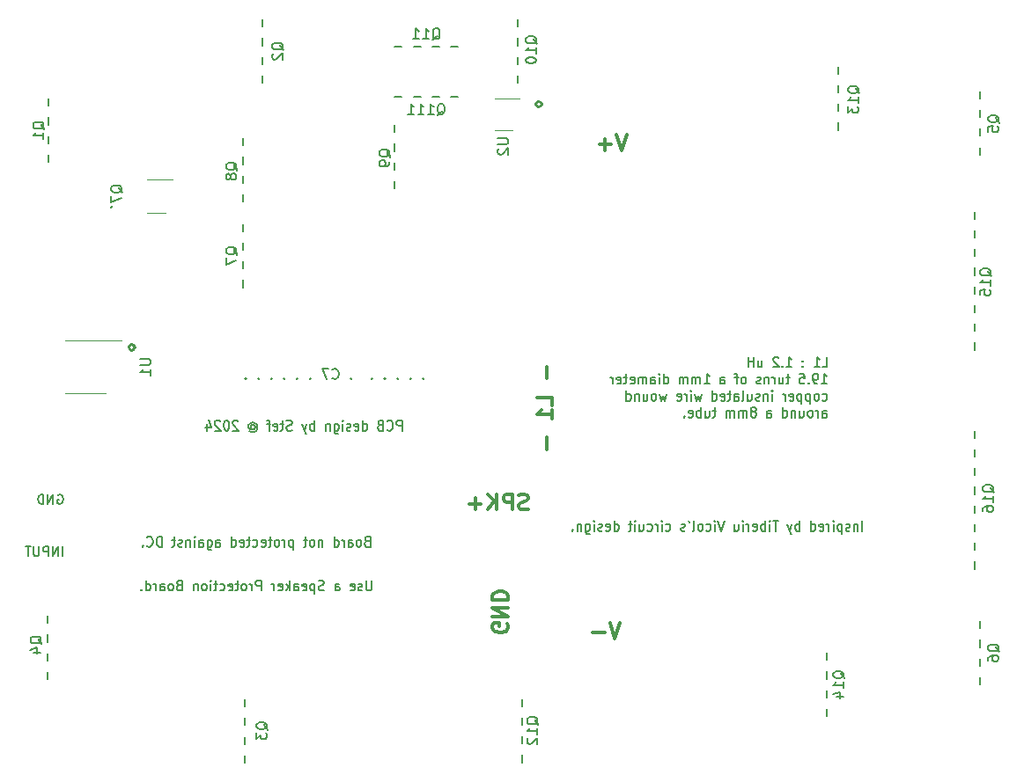
<source format=gbr>
%TF.GenerationSoftware,KiCad,Pcbnew,8.0.3*%
%TF.CreationDate,2024-07-01T09:31:08+02:00*%
%TF.ProjectId,Q17-Mini,5131372d-4d69-46e6-992e-6b696361645f,3.0.1*%
%TF.SameCoordinates,Original*%
%TF.FileFunction,Legend,Bot*%
%TF.FilePolarity,Positive*%
%FSLAX46Y46*%
G04 Gerber Fmt 4.6, Leading zero omitted, Abs format (unit mm)*
G04 Created by KiCad (PCBNEW 8.0.3) date 2024-07-01 09:31:08*
%MOMM*%
%LPD*%
G01*
G04 APERTURE LIST*
%ADD10C,0.150000*%
%ADD11C,0.300000*%
%ADD12C,0.250000*%
%ADD13C,0.200000*%
%ADD14C,0.120000*%
G04 APERTURE END LIST*
D10*
X149714552Y-124988608D02*
X149666933Y-124893370D01*
X149666933Y-124893370D02*
X149571695Y-124798132D01*
X149571695Y-124798132D02*
X149428837Y-124655275D01*
X149428837Y-124655275D02*
X149381218Y-124560037D01*
X149381218Y-124560037D02*
X149381218Y-124464799D01*
X149619314Y-124512418D02*
X149571695Y-124417180D01*
X149571695Y-124417180D02*
X149476456Y-124321942D01*
X149476456Y-124321942D02*
X149285980Y-124274323D01*
X149285980Y-124274323D02*
X148952647Y-124274323D01*
X148952647Y-124274323D02*
X148762171Y-124321942D01*
X148762171Y-124321942D02*
X148666933Y-124417180D01*
X148666933Y-124417180D02*
X148619314Y-124512418D01*
X148619314Y-124512418D02*
X148619314Y-124702894D01*
X148619314Y-124702894D02*
X148666933Y-124798132D01*
X148666933Y-124798132D02*
X148762171Y-124893370D01*
X148762171Y-124893370D02*
X148952647Y-124940989D01*
X148952647Y-124940989D02*
X149285980Y-124940989D01*
X149285980Y-124940989D02*
X149476456Y-124893370D01*
X149476456Y-124893370D02*
X149571695Y-124798132D01*
X149571695Y-124798132D02*
X149619314Y-124702894D01*
X149619314Y-124702894D02*
X149619314Y-124512418D01*
X149619314Y-125893370D02*
X149619314Y-125321942D01*
X149619314Y-125607656D02*
X148619314Y-125607656D01*
X148619314Y-125607656D02*
X148762171Y-125512418D01*
X148762171Y-125512418D02*
X148857409Y-125417180D01*
X148857409Y-125417180D02*
X148905028Y-125321942D01*
X148714552Y-126274323D02*
X148666933Y-126321942D01*
X148666933Y-126321942D02*
X148619314Y-126417180D01*
X148619314Y-126417180D02*
X148619314Y-126655275D01*
X148619314Y-126655275D02*
X148666933Y-126750513D01*
X148666933Y-126750513D02*
X148714552Y-126798132D01*
X148714552Y-126798132D02*
X148809790Y-126845751D01*
X148809790Y-126845751D02*
X148905028Y-126845751D01*
X148905028Y-126845751D02*
X149047885Y-126798132D01*
X149047885Y-126798132D02*
X149619314Y-126226704D01*
X149619314Y-126226704D02*
X149619314Y-126845751D01*
X193275552Y-81808608D02*
X193227933Y-81713370D01*
X193227933Y-81713370D02*
X193132695Y-81618132D01*
X193132695Y-81618132D02*
X192989837Y-81475275D01*
X192989837Y-81475275D02*
X192942218Y-81380037D01*
X192942218Y-81380037D02*
X192942218Y-81284799D01*
X193180314Y-81332418D02*
X193132695Y-81237180D01*
X193132695Y-81237180D02*
X193037456Y-81141942D01*
X193037456Y-81141942D02*
X192846980Y-81094323D01*
X192846980Y-81094323D02*
X192513647Y-81094323D01*
X192513647Y-81094323D02*
X192323171Y-81141942D01*
X192323171Y-81141942D02*
X192227933Y-81237180D01*
X192227933Y-81237180D02*
X192180314Y-81332418D01*
X192180314Y-81332418D02*
X192180314Y-81522894D01*
X192180314Y-81522894D02*
X192227933Y-81618132D01*
X192227933Y-81618132D02*
X192323171Y-81713370D01*
X192323171Y-81713370D02*
X192513647Y-81760989D01*
X192513647Y-81760989D02*
X192846980Y-81760989D01*
X192846980Y-81760989D02*
X193037456Y-81713370D01*
X193037456Y-81713370D02*
X193132695Y-81618132D01*
X193132695Y-81618132D02*
X193180314Y-81522894D01*
X193180314Y-81522894D02*
X193180314Y-81332418D01*
X193180314Y-82713370D02*
X193180314Y-82141942D01*
X193180314Y-82427656D02*
X192180314Y-82427656D01*
X192180314Y-82427656D02*
X192323171Y-82332418D01*
X192323171Y-82332418D02*
X192418409Y-82237180D01*
X192418409Y-82237180D02*
X192466028Y-82141942D01*
X192180314Y-83618132D02*
X192180314Y-83141942D01*
X192180314Y-83141942D02*
X192656504Y-83094323D01*
X192656504Y-83094323D02*
X192608885Y-83141942D01*
X192608885Y-83141942D02*
X192561266Y-83237180D01*
X192561266Y-83237180D02*
X192561266Y-83475275D01*
X192561266Y-83475275D02*
X192608885Y-83570513D01*
X192608885Y-83570513D02*
X192656504Y-83618132D01*
X192656504Y-83618132D02*
X192751742Y-83665751D01*
X192751742Y-83665751D02*
X192989837Y-83665751D01*
X192989837Y-83665751D02*
X193085075Y-83618132D01*
X193085075Y-83618132D02*
X193132695Y-83570513D01*
X193132695Y-83570513D02*
X193180314Y-83475275D01*
X193180314Y-83475275D02*
X193180314Y-83237180D01*
X193180314Y-83237180D02*
X193132695Y-83141942D01*
X193132695Y-83141942D02*
X193085075Y-83094323D01*
D11*
X146739737Y-115272893D02*
X146811166Y-115415751D01*
X146811166Y-115415751D02*
X146811166Y-115630036D01*
X146811166Y-115630036D02*
X146739737Y-115844322D01*
X146739737Y-115844322D02*
X146596880Y-115987179D01*
X146596880Y-115987179D02*
X146454023Y-116058608D01*
X146454023Y-116058608D02*
X146168309Y-116130036D01*
X146168309Y-116130036D02*
X145954023Y-116130036D01*
X145954023Y-116130036D02*
X145668309Y-116058608D01*
X145668309Y-116058608D02*
X145525452Y-115987179D01*
X145525452Y-115987179D02*
X145382595Y-115844322D01*
X145382595Y-115844322D02*
X145311166Y-115630036D01*
X145311166Y-115630036D02*
X145311166Y-115487179D01*
X145311166Y-115487179D02*
X145382595Y-115272893D01*
X145382595Y-115272893D02*
X145454023Y-115201465D01*
X145454023Y-115201465D02*
X145954023Y-115201465D01*
X145954023Y-115201465D02*
X145954023Y-115487179D01*
X145311166Y-114558608D02*
X146811166Y-114558608D01*
X146811166Y-114558608D02*
X145311166Y-113701465D01*
X145311166Y-113701465D02*
X146811166Y-113701465D01*
X145311166Y-112987179D02*
X146811166Y-112987179D01*
X146811166Y-112987179D02*
X146811166Y-112630036D01*
X146811166Y-112630036D02*
X146739737Y-112415750D01*
X146739737Y-112415750D02*
X146596880Y-112272893D01*
X146596880Y-112272893D02*
X146454023Y-112201464D01*
X146454023Y-112201464D02*
X146168309Y-112130036D01*
X146168309Y-112130036D02*
X145954023Y-112130036D01*
X145954023Y-112130036D02*
X145668309Y-112201464D01*
X145668309Y-112201464D02*
X145525452Y-112272893D01*
X145525452Y-112272893D02*
X145382595Y-112415750D01*
X145382595Y-112415750D02*
X145311166Y-112630036D01*
X145311166Y-112630036D02*
X145311166Y-112987179D01*
X150483294Y-90529146D02*
X150483294Y-91672004D01*
X151054722Y-94243432D02*
X151054722Y-93529146D01*
X151054722Y-93529146D02*
X149554722Y-93529146D01*
X151054722Y-95529147D02*
X151054722Y-94672004D01*
X151054722Y-95100575D02*
X149554722Y-95100575D01*
X149554722Y-95100575D02*
X149769008Y-94957718D01*
X149769008Y-94957718D02*
X149911865Y-94814861D01*
X149911865Y-94814861D02*
X149983294Y-94672004D01*
X150483294Y-97314860D02*
X150483294Y-98457718D01*
D10*
X102216552Y-67679798D02*
X102168933Y-67584560D01*
X102168933Y-67584560D02*
X102073695Y-67489322D01*
X102073695Y-67489322D02*
X101930837Y-67346465D01*
X101930837Y-67346465D02*
X101883218Y-67251227D01*
X101883218Y-67251227D02*
X101883218Y-67155989D01*
X102121314Y-67203608D02*
X102073695Y-67108370D01*
X102073695Y-67108370D02*
X101978456Y-67013132D01*
X101978456Y-67013132D02*
X101787980Y-66965513D01*
X101787980Y-66965513D02*
X101454647Y-66965513D01*
X101454647Y-66965513D02*
X101264171Y-67013132D01*
X101264171Y-67013132D02*
X101168933Y-67108370D01*
X101168933Y-67108370D02*
X101121314Y-67203608D01*
X101121314Y-67203608D02*
X101121314Y-67394084D01*
X101121314Y-67394084D02*
X101168933Y-67489322D01*
X101168933Y-67489322D02*
X101264171Y-67584560D01*
X101264171Y-67584560D02*
X101454647Y-67632179D01*
X101454647Y-67632179D02*
X101787980Y-67632179D01*
X101787980Y-67632179D02*
X101978456Y-67584560D01*
X101978456Y-67584560D02*
X102073695Y-67489322D01*
X102073695Y-67489322D02*
X102121314Y-67394084D01*
X102121314Y-67394084D02*
X102121314Y-67203608D01*
X102121314Y-68584560D02*
X102121314Y-68013132D01*
X102121314Y-68298846D02*
X101121314Y-68298846D01*
X101121314Y-68298846D02*
X101264171Y-68203608D01*
X101264171Y-68203608D02*
X101359409Y-68108370D01*
X101359409Y-68108370D02*
X101407028Y-68013132D01*
X135898046Y-64567663D02*
X136583761Y-64567663D01*
X137698046Y-64567663D02*
X138383761Y-64567663D01*
X139498046Y-64567663D02*
X140183761Y-64567663D01*
X141298046Y-64567663D02*
X141983761Y-64567663D01*
D11*
X157578065Y-115213365D02*
X157078065Y-116713365D01*
X157078065Y-116713365D02*
X156578065Y-115213365D01*
X156078066Y-116141937D02*
X154935209Y-116141937D01*
X158213065Y-68223365D02*
X157713065Y-69723365D01*
X157713065Y-69723365D02*
X157213065Y-68223365D01*
X156713066Y-69151937D02*
X155570209Y-69151937D01*
X156141637Y-69723365D02*
X156141637Y-68580508D01*
D12*
X110287726Y-88633012D02*
X110382964Y-88823488D01*
X110382964Y-88823488D02*
X110573440Y-88918726D01*
X110573440Y-88918726D02*
X110763916Y-88823488D01*
X110763916Y-88823488D02*
X110859154Y-88633012D01*
X110859154Y-88633012D02*
X110763916Y-88442536D01*
X110763916Y-88442536D02*
X110573440Y-88347297D01*
X110573440Y-88347297D02*
X110382964Y-88442536D01*
X110382964Y-88442536D02*
X110287726Y-88633012D01*
D10*
X121290195Y-68542179D02*
X121290195Y-69227894D01*
X121290195Y-70342179D02*
X121290195Y-71027894D01*
X121290195Y-72142179D02*
X121290195Y-72827894D01*
X121290195Y-73942179D02*
X121290195Y-74627894D01*
X179154069Y-120547511D02*
X179106450Y-120452273D01*
X179106450Y-120452273D02*
X179011212Y-120357035D01*
X179011212Y-120357035D02*
X178868354Y-120214178D01*
X178868354Y-120214178D02*
X178820735Y-120118940D01*
X178820735Y-120118940D02*
X178820735Y-120023702D01*
X179058831Y-120071321D02*
X179011212Y-119976083D01*
X179011212Y-119976083D02*
X178915973Y-119880845D01*
X178915973Y-119880845D02*
X178725497Y-119833226D01*
X178725497Y-119833226D02*
X178392164Y-119833226D01*
X178392164Y-119833226D02*
X178201688Y-119880845D01*
X178201688Y-119880845D02*
X178106450Y-119976083D01*
X178106450Y-119976083D02*
X178058831Y-120071321D01*
X178058831Y-120071321D02*
X178058831Y-120261797D01*
X178058831Y-120261797D02*
X178106450Y-120357035D01*
X178106450Y-120357035D02*
X178201688Y-120452273D01*
X178201688Y-120452273D02*
X178392164Y-120499892D01*
X178392164Y-120499892D02*
X178725497Y-120499892D01*
X178725497Y-120499892D02*
X178915973Y-120452273D01*
X178915973Y-120452273D02*
X179011212Y-120357035D01*
X179011212Y-120357035D02*
X179058831Y-120261797D01*
X179058831Y-120261797D02*
X179058831Y-120071321D01*
X179058831Y-121452273D02*
X179058831Y-120880845D01*
X179058831Y-121166559D02*
X178058831Y-121166559D01*
X178058831Y-121166559D02*
X178201688Y-121071321D01*
X178201688Y-121071321D02*
X178296926Y-120976083D01*
X178296926Y-120976083D02*
X178344545Y-120880845D01*
X178392164Y-122309416D02*
X179058831Y-122309416D01*
X178011212Y-122071321D02*
X178725497Y-121833226D01*
X178725497Y-121833226D02*
X178725497Y-122452273D01*
X101962552Y-117209798D02*
X101914933Y-117114560D01*
X101914933Y-117114560D02*
X101819695Y-117019322D01*
X101819695Y-117019322D02*
X101676837Y-116876465D01*
X101676837Y-116876465D02*
X101629218Y-116781227D01*
X101629218Y-116781227D02*
X101629218Y-116685989D01*
X101867314Y-116733608D02*
X101819695Y-116638370D01*
X101819695Y-116638370D02*
X101724456Y-116543132D01*
X101724456Y-116543132D02*
X101533980Y-116495513D01*
X101533980Y-116495513D02*
X101200647Y-116495513D01*
X101200647Y-116495513D02*
X101010171Y-116543132D01*
X101010171Y-116543132D02*
X100914933Y-116638370D01*
X100914933Y-116638370D02*
X100867314Y-116733608D01*
X100867314Y-116733608D02*
X100867314Y-116924084D01*
X100867314Y-116924084D02*
X100914933Y-117019322D01*
X100914933Y-117019322D02*
X101010171Y-117114560D01*
X101010171Y-117114560D02*
X101200647Y-117162179D01*
X101200647Y-117162179D02*
X101533980Y-117162179D01*
X101533980Y-117162179D02*
X101724456Y-117114560D01*
X101724456Y-117114560D02*
X101819695Y-117019322D01*
X101819695Y-117019322D02*
X101867314Y-116924084D01*
X101867314Y-116924084D02*
X101867314Y-116733608D01*
X101200647Y-118019322D02*
X101867314Y-118019322D01*
X100819695Y-117781227D02*
X101533980Y-117543132D01*
X101533980Y-117543132D02*
X101533980Y-118162179D01*
X125203552Y-60059798D02*
X125155933Y-59964560D01*
X125155933Y-59964560D02*
X125060695Y-59869322D01*
X125060695Y-59869322D02*
X124917837Y-59726465D01*
X124917837Y-59726465D02*
X124870218Y-59631227D01*
X124870218Y-59631227D02*
X124870218Y-59535989D01*
X125108314Y-59583608D02*
X125060695Y-59488370D01*
X125060695Y-59488370D02*
X124965456Y-59393132D01*
X124965456Y-59393132D02*
X124774980Y-59345513D01*
X124774980Y-59345513D02*
X124441647Y-59345513D01*
X124441647Y-59345513D02*
X124251171Y-59393132D01*
X124251171Y-59393132D02*
X124155933Y-59488370D01*
X124155933Y-59488370D02*
X124108314Y-59583608D01*
X124108314Y-59583608D02*
X124108314Y-59774084D01*
X124108314Y-59774084D02*
X124155933Y-59869322D01*
X124155933Y-59869322D02*
X124251171Y-59964560D01*
X124251171Y-59964560D02*
X124441647Y-60012179D01*
X124441647Y-60012179D02*
X124774980Y-60012179D01*
X124774980Y-60012179D02*
X124965456Y-59964560D01*
X124965456Y-59964560D02*
X125060695Y-59869322D01*
X125060695Y-59869322D02*
X125108314Y-59774084D01*
X125108314Y-59774084D02*
X125108314Y-59583608D01*
X124203552Y-60393132D02*
X124155933Y-60440751D01*
X124155933Y-60440751D02*
X124108314Y-60535989D01*
X124108314Y-60535989D02*
X124108314Y-60774084D01*
X124108314Y-60774084D02*
X124155933Y-60869322D01*
X124155933Y-60869322D02*
X124203552Y-60916941D01*
X124203552Y-60916941D02*
X124298790Y-60964560D01*
X124298790Y-60964560D02*
X124394028Y-60964560D01*
X124394028Y-60964560D02*
X124536885Y-60916941D01*
X124536885Y-60916941D02*
X125108314Y-60345513D01*
X125108314Y-60345513D02*
X125108314Y-60964560D01*
X123679552Y-125464798D02*
X123631933Y-125369560D01*
X123631933Y-125369560D02*
X123536695Y-125274322D01*
X123536695Y-125274322D02*
X123393837Y-125131465D01*
X123393837Y-125131465D02*
X123346218Y-125036227D01*
X123346218Y-125036227D02*
X123346218Y-124940989D01*
X123584314Y-124988608D02*
X123536695Y-124893370D01*
X123536695Y-124893370D02*
X123441456Y-124798132D01*
X123441456Y-124798132D02*
X123250980Y-124750513D01*
X123250980Y-124750513D02*
X122917647Y-124750513D01*
X122917647Y-124750513D02*
X122727171Y-124798132D01*
X122727171Y-124798132D02*
X122631933Y-124893370D01*
X122631933Y-124893370D02*
X122584314Y-124988608D01*
X122584314Y-124988608D02*
X122584314Y-125179084D01*
X122584314Y-125179084D02*
X122631933Y-125274322D01*
X122631933Y-125274322D02*
X122727171Y-125369560D01*
X122727171Y-125369560D02*
X122917647Y-125417179D01*
X122917647Y-125417179D02*
X123250980Y-125417179D01*
X123250980Y-125417179D02*
X123441456Y-125369560D01*
X123441456Y-125369560D02*
X123536695Y-125274322D01*
X123536695Y-125274322D02*
X123584314Y-125179084D01*
X123584314Y-125179084D02*
X123584314Y-124988608D01*
X122584314Y-125750513D02*
X122584314Y-126369560D01*
X122584314Y-126369560D02*
X122965266Y-126036227D01*
X122965266Y-126036227D02*
X122965266Y-126179084D01*
X122965266Y-126179084D02*
X123012885Y-126274322D01*
X123012885Y-126274322D02*
X123060504Y-126321941D01*
X123060504Y-126321941D02*
X123155742Y-126369560D01*
X123155742Y-126369560D02*
X123393837Y-126369560D01*
X123393837Y-126369560D02*
X123489075Y-126321941D01*
X123489075Y-126321941D02*
X123536695Y-126274322D01*
X123536695Y-126274322D02*
X123584314Y-126179084D01*
X123584314Y-126179084D02*
X123584314Y-125893370D01*
X123584314Y-125893370D02*
X123536695Y-125798132D01*
X123536695Y-125798132D02*
X123489075Y-125750513D01*
X194037552Y-67044798D02*
X193989933Y-66949560D01*
X193989933Y-66949560D02*
X193894695Y-66854322D01*
X193894695Y-66854322D02*
X193751837Y-66711465D01*
X193751837Y-66711465D02*
X193704218Y-66616227D01*
X193704218Y-66616227D02*
X193704218Y-66520989D01*
X193942314Y-66568608D02*
X193894695Y-66473370D01*
X193894695Y-66473370D02*
X193799456Y-66378132D01*
X193799456Y-66378132D02*
X193608980Y-66330513D01*
X193608980Y-66330513D02*
X193275647Y-66330513D01*
X193275647Y-66330513D02*
X193085171Y-66378132D01*
X193085171Y-66378132D02*
X192989933Y-66473370D01*
X192989933Y-66473370D02*
X192942314Y-66568608D01*
X192942314Y-66568608D02*
X192942314Y-66759084D01*
X192942314Y-66759084D02*
X192989933Y-66854322D01*
X192989933Y-66854322D02*
X193085171Y-66949560D01*
X193085171Y-66949560D02*
X193275647Y-66997179D01*
X193275647Y-66997179D02*
X193608980Y-66997179D01*
X193608980Y-66997179D02*
X193799456Y-66949560D01*
X193799456Y-66949560D02*
X193894695Y-66854322D01*
X193894695Y-66854322D02*
X193942314Y-66759084D01*
X193942314Y-66759084D02*
X193942314Y-66568608D01*
X192942314Y-67901941D02*
X192942314Y-67425751D01*
X192942314Y-67425751D02*
X193418504Y-67378132D01*
X193418504Y-67378132D02*
X193370885Y-67425751D01*
X193370885Y-67425751D02*
X193323266Y-67520989D01*
X193323266Y-67520989D02*
X193323266Y-67759084D01*
X193323266Y-67759084D02*
X193370885Y-67854322D01*
X193370885Y-67854322D02*
X193418504Y-67901941D01*
X193418504Y-67901941D02*
X193513742Y-67949560D01*
X193513742Y-67949560D02*
X193751837Y-67949560D01*
X193751837Y-67949560D02*
X193847075Y-67901941D01*
X193847075Y-67901941D02*
X193894695Y-67854322D01*
X193894695Y-67854322D02*
X193942314Y-67759084D01*
X193942314Y-67759084D02*
X193942314Y-67520989D01*
X193942314Y-67520989D02*
X193894695Y-67425751D01*
X193894695Y-67425751D02*
X193847075Y-67378132D01*
X133250068Y-107330046D02*
X133121496Y-107377665D01*
X133121496Y-107377665D02*
X133078639Y-107425284D01*
X133078639Y-107425284D02*
X133035782Y-107520522D01*
X133035782Y-107520522D02*
X133035782Y-107663379D01*
X133035782Y-107663379D02*
X133078639Y-107758617D01*
X133078639Y-107758617D02*
X133121496Y-107806237D01*
X133121496Y-107806237D02*
X133207211Y-107853856D01*
X133207211Y-107853856D02*
X133550068Y-107853856D01*
X133550068Y-107853856D02*
X133550068Y-106853856D01*
X133550068Y-106853856D02*
X133250068Y-106853856D01*
X133250068Y-106853856D02*
X133164354Y-106901475D01*
X133164354Y-106901475D02*
X133121496Y-106949094D01*
X133121496Y-106949094D02*
X133078639Y-107044332D01*
X133078639Y-107044332D02*
X133078639Y-107139570D01*
X133078639Y-107139570D02*
X133121496Y-107234808D01*
X133121496Y-107234808D02*
X133164354Y-107282427D01*
X133164354Y-107282427D02*
X133250068Y-107330046D01*
X133250068Y-107330046D02*
X133550068Y-107330046D01*
X132521496Y-107853856D02*
X132607211Y-107806237D01*
X132607211Y-107806237D02*
X132650068Y-107758617D01*
X132650068Y-107758617D02*
X132692925Y-107663379D01*
X132692925Y-107663379D02*
X132692925Y-107377665D01*
X132692925Y-107377665D02*
X132650068Y-107282427D01*
X132650068Y-107282427D02*
X132607211Y-107234808D01*
X132607211Y-107234808D02*
X132521496Y-107187189D01*
X132521496Y-107187189D02*
X132392925Y-107187189D01*
X132392925Y-107187189D02*
X132307211Y-107234808D01*
X132307211Y-107234808D02*
X132264354Y-107282427D01*
X132264354Y-107282427D02*
X132221496Y-107377665D01*
X132221496Y-107377665D02*
X132221496Y-107663379D01*
X132221496Y-107663379D02*
X132264354Y-107758617D01*
X132264354Y-107758617D02*
X132307211Y-107806237D01*
X132307211Y-107806237D02*
X132392925Y-107853856D01*
X132392925Y-107853856D02*
X132521496Y-107853856D01*
X131450068Y-107853856D02*
X131450068Y-107330046D01*
X131450068Y-107330046D02*
X131492925Y-107234808D01*
X131492925Y-107234808D02*
X131578639Y-107187189D01*
X131578639Y-107187189D02*
X131750068Y-107187189D01*
X131750068Y-107187189D02*
X131835782Y-107234808D01*
X131450068Y-107806237D02*
X131535782Y-107853856D01*
X131535782Y-107853856D02*
X131750068Y-107853856D01*
X131750068Y-107853856D02*
X131835782Y-107806237D01*
X131835782Y-107806237D02*
X131878639Y-107710998D01*
X131878639Y-107710998D02*
X131878639Y-107615760D01*
X131878639Y-107615760D02*
X131835782Y-107520522D01*
X131835782Y-107520522D02*
X131750068Y-107472903D01*
X131750068Y-107472903D02*
X131535782Y-107472903D01*
X131535782Y-107472903D02*
X131450068Y-107425284D01*
X131021496Y-107853856D02*
X131021496Y-107187189D01*
X131021496Y-107377665D02*
X130978639Y-107282427D01*
X130978639Y-107282427D02*
X130935782Y-107234808D01*
X130935782Y-107234808D02*
X130850067Y-107187189D01*
X130850067Y-107187189D02*
X130764353Y-107187189D01*
X130078639Y-107853856D02*
X130078639Y-106853856D01*
X130078639Y-107806237D02*
X130164353Y-107853856D01*
X130164353Y-107853856D02*
X130335781Y-107853856D01*
X130335781Y-107853856D02*
X130421496Y-107806237D01*
X130421496Y-107806237D02*
X130464353Y-107758617D01*
X130464353Y-107758617D02*
X130507210Y-107663379D01*
X130507210Y-107663379D02*
X130507210Y-107377665D01*
X130507210Y-107377665D02*
X130464353Y-107282427D01*
X130464353Y-107282427D02*
X130421496Y-107234808D01*
X130421496Y-107234808D02*
X130335781Y-107187189D01*
X130335781Y-107187189D02*
X130164353Y-107187189D01*
X130164353Y-107187189D02*
X130078639Y-107234808D01*
X128964353Y-107187189D02*
X128964353Y-107853856D01*
X128964353Y-107282427D02*
X128921496Y-107234808D01*
X128921496Y-107234808D02*
X128835781Y-107187189D01*
X128835781Y-107187189D02*
X128707210Y-107187189D01*
X128707210Y-107187189D02*
X128621496Y-107234808D01*
X128621496Y-107234808D02*
X128578639Y-107330046D01*
X128578639Y-107330046D02*
X128578639Y-107853856D01*
X128021495Y-107853856D02*
X128107210Y-107806237D01*
X128107210Y-107806237D02*
X128150067Y-107758617D01*
X128150067Y-107758617D02*
X128192924Y-107663379D01*
X128192924Y-107663379D02*
X128192924Y-107377665D01*
X128192924Y-107377665D02*
X128150067Y-107282427D01*
X128150067Y-107282427D02*
X128107210Y-107234808D01*
X128107210Y-107234808D02*
X128021495Y-107187189D01*
X128021495Y-107187189D02*
X127892924Y-107187189D01*
X127892924Y-107187189D02*
X127807210Y-107234808D01*
X127807210Y-107234808D02*
X127764353Y-107282427D01*
X127764353Y-107282427D02*
X127721495Y-107377665D01*
X127721495Y-107377665D02*
X127721495Y-107663379D01*
X127721495Y-107663379D02*
X127764353Y-107758617D01*
X127764353Y-107758617D02*
X127807210Y-107806237D01*
X127807210Y-107806237D02*
X127892924Y-107853856D01*
X127892924Y-107853856D02*
X128021495Y-107853856D01*
X127464352Y-107187189D02*
X127121495Y-107187189D01*
X127335781Y-106853856D02*
X127335781Y-107710998D01*
X127335781Y-107710998D02*
X127292924Y-107806237D01*
X127292924Y-107806237D02*
X127207209Y-107853856D01*
X127207209Y-107853856D02*
X127121495Y-107853856D01*
X126135781Y-107187189D02*
X126135781Y-108187189D01*
X126135781Y-107234808D02*
X126050067Y-107187189D01*
X126050067Y-107187189D02*
X125878638Y-107187189D01*
X125878638Y-107187189D02*
X125792924Y-107234808D01*
X125792924Y-107234808D02*
X125750067Y-107282427D01*
X125750067Y-107282427D02*
X125707209Y-107377665D01*
X125707209Y-107377665D02*
X125707209Y-107663379D01*
X125707209Y-107663379D02*
X125750067Y-107758617D01*
X125750067Y-107758617D02*
X125792924Y-107806237D01*
X125792924Y-107806237D02*
X125878638Y-107853856D01*
X125878638Y-107853856D02*
X126050067Y-107853856D01*
X126050067Y-107853856D02*
X126135781Y-107806237D01*
X125321495Y-107853856D02*
X125321495Y-107187189D01*
X125321495Y-107377665D02*
X125278638Y-107282427D01*
X125278638Y-107282427D02*
X125235781Y-107234808D01*
X125235781Y-107234808D02*
X125150066Y-107187189D01*
X125150066Y-107187189D02*
X125064352Y-107187189D01*
X124635780Y-107853856D02*
X124721495Y-107806237D01*
X124721495Y-107806237D02*
X124764352Y-107758617D01*
X124764352Y-107758617D02*
X124807209Y-107663379D01*
X124807209Y-107663379D02*
X124807209Y-107377665D01*
X124807209Y-107377665D02*
X124764352Y-107282427D01*
X124764352Y-107282427D02*
X124721495Y-107234808D01*
X124721495Y-107234808D02*
X124635780Y-107187189D01*
X124635780Y-107187189D02*
X124507209Y-107187189D01*
X124507209Y-107187189D02*
X124421495Y-107234808D01*
X124421495Y-107234808D02*
X124378638Y-107282427D01*
X124378638Y-107282427D02*
X124335780Y-107377665D01*
X124335780Y-107377665D02*
X124335780Y-107663379D01*
X124335780Y-107663379D02*
X124378638Y-107758617D01*
X124378638Y-107758617D02*
X124421495Y-107806237D01*
X124421495Y-107806237D02*
X124507209Y-107853856D01*
X124507209Y-107853856D02*
X124635780Y-107853856D01*
X124078637Y-107187189D02*
X123735780Y-107187189D01*
X123950066Y-106853856D02*
X123950066Y-107710998D01*
X123950066Y-107710998D02*
X123907209Y-107806237D01*
X123907209Y-107806237D02*
X123821494Y-107853856D01*
X123821494Y-107853856D02*
X123735780Y-107853856D01*
X123092923Y-107806237D02*
X123178637Y-107853856D01*
X123178637Y-107853856D02*
X123350066Y-107853856D01*
X123350066Y-107853856D02*
X123435780Y-107806237D01*
X123435780Y-107806237D02*
X123478637Y-107710998D01*
X123478637Y-107710998D02*
X123478637Y-107330046D01*
X123478637Y-107330046D02*
X123435780Y-107234808D01*
X123435780Y-107234808D02*
X123350066Y-107187189D01*
X123350066Y-107187189D02*
X123178637Y-107187189D01*
X123178637Y-107187189D02*
X123092923Y-107234808D01*
X123092923Y-107234808D02*
X123050066Y-107330046D01*
X123050066Y-107330046D02*
X123050066Y-107425284D01*
X123050066Y-107425284D02*
X123478637Y-107520522D01*
X122278637Y-107806237D02*
X122364351Y-107853856D01*
X122364351Y-107853856D02*
X122535779Y-107853856D01*
X122535779Y-107853856D02*
X122621494Y-107806237D01*
X122621494Y-107806237D02*
X122664351Y-107758617D01*
X122664351Y-107758617D02*
X122707208Y-107663379D01*
X122707208Y-107663379D02*
X122707208Y-107377665D01*
X122707208Y-107377665D02*
X122664351Y-107282427D01*
X122664351Y-107282427D02*
X122621494Y-107234808D01*
X122621494Y-107234808D02*
X122535779Y-107187189D01*
X122535779Y-107187189D02*
X122364351Y-107187189D01*
X122364351Y-107187189D02*
X122278637Y-107234808D01*
X122021493Y-107187189D02*
X121678636Y-107187189D01*
X121892922Y-106853856D02*
X121892922Y-107710998D01*
X121892922Y-107710998D02*
X121850065Y-107806237D01*
X121850065Y-107806237D02*
X121764350Y-107853856D01*
X121764350Y-107853856D02*
X121678636Y-107853856D01*
X121035779Y-107806237D02*
X121121493Y-107853856D01*
X121121493Y-107853856D02*
X121292922Y-107853856D01*
X121292922Y-107853856D02*
X121378636Y-107806237D01*
X121378636Y-107806237D02*
X121421493Y-107710998D01*
X121421493Y-107710998D02*
X121421493Y-107330046D01*
X121421493Y-107330046D02*
X121378636Y-107234808D01*
X121378636Y-107234808D02*
X121292922Y-107187189D01*
X121292922Y-107187189D02*
X121121493Y-107187189D01*
X121121493Y-107187189D02*
X121035779Y-107234808D01*
X121035779Y-107234808D02*
X120992922Y-107330046D01*
X120992922Y-107330046D02*
X120992922Y-107425284D01*
X120992922Y-107425284D02*
X121421493Y-107520522D01*
X120221493Y-107853856D02*
X120221493Y-106853856D01*
X120221493Y-107806237D02*
X120307207Y-107853856D01*
X120307207Y-107853856D02*
X120478635Y-107853856D01*
X120478635Y-107853856D02*
X120564350Y-107806237D01*
X120564350Y-107806237D02*
X120607207Y-107758617D01*
X120607207Y-107758617D02*
X120650064Y-107663379D01*
X120650064Y-107663379D02*
X120650064Y-107377665D01*
X120650064Y-107377665D02*
X120607207Y-107282427D01*
X120607207Y-107282427D02*
X120564350Y-107234808D01*
X120564350Y-107234808D02*
X120478635Y-107187189D01*
X120478635Y-107187189D02*
X120307207Y-107187189D01*
X120307207Y-107187189D02*
X120221493Y-107234808D01*
X118721493Y-107853856D02*
X118721493Y-107330046D01*
X118721493Y-107330046D02*
X118764350Y-107234808D01*
X118764350Y-107234808D02*
X118850064Y-107187189D01*
X118850064Y-107187189D02*
X119021493Y-107187189D01*
X119021493Y-107187189D02*
X119107207Y-107234808D01*
X118721493Y-107806237D02*
X118807207Y-107853856D01*
X118807207Y-107853856D02*
X119021493Y-107853856D01*
X119021493Y-107853856D02*
X119107207Y-107806237D01*
X119107207Y-107806237D02*
X119150064Y-107710998D01*
X119150064Y-107710998D02*
X119150064Y-107615760D01*
X119150064Y-107615760D02*
X119107207Y-107520522D01*
X119107207Y-107520522D02*
X119021493Y-107472903D01*
X119021493Y-107472903D02*
X118807207Y-107472903D01*
X118807207Y-107472903D02*
X118721493Y-107425284D01*
X117907207Y-107187189D02*
X117907207Y-107996713D01*
X117907207Y-107996713D02*
X117950064Y-108091951D01*
X117950064Y-108091951D02*
X117992921Y-108139570D01*
X117992921Y-108139570D02*
X118078635Y-108187189D01*
X118078635Y-108187189D02*
X118207207Y-108187189D01*
X118207207Y-108187189D02*
X118292921Y-108139570D01*
X117907207Y-107806237D02*
X117992921Y-107853856D01*
X117992921Y-107853856D02*
X118164349Y-107853856D01*
X118164349Y-107853856D02*
X118250064Y-107806237D01*
X118250064Y-107806237D02*
X118292921Y-107758617D01*
X118292921Y-107758617D02*
X118335778Y-107663379D01*
X118335778Y-107663379D02*
X118335778Y-107377665D01*
X118335778Y-107377665D02*
X118292921Y-107282427D01*
X118292921Y-107282427D02*
X118250064Y-107234808D01*
X118250064Y-107234808D02*
X118164349Y-107187189D01*
X118164349Y-107187189D02*
X117992921Y-107187189D01*
X117992921Y-107187189D02*
X117907207Y-107234808D01*
X117092921Y-107853856D02*
X117092921Y-107330046D01*
X117092921Y-107330046D02*
X117135778Y-107234808D01*
X117135778Y-107234808D02*
X117221492Y-107187189D01*
X117221492Y-107187189D02*
X117392921Y-107187189D01*
X117392921Y-107187189D02*
X117478635Y-107234808D01*
X117092921Y-107806237D02*
X117178635Y-107853856D01*
X117178635Y-107853856D02*
X117392921Y-107853856D01*
X117392921Y-107853856D02*
X117478635Y-107806237D01*
X117478635Y-107806237D02*
X117521492Y-107710998D01*
X117521492Y-107710998D02*
X117521492Y-107615760D01*
X117521492Y-107615760D02*
X117478635Y-107520522D01*
X117478635Y-107520522D02*
X117392921Y-107472903D01*
X117392921Y-107472903D02*
X117178635Y-107472903D01*
X117178635Y-107472903D02*
X117092921Y-107425284D01*
X116664349Y-107853856D02*
X116664349Y-107187189D01*
X116664349Y-106853856D02*
X116707206Y-106901475D01*
X116707206Y-106901475D02*
X116664349Y-106949094D01*
X116664349Y-106949094D02*
X116621492Y-106901475D01*
X116621492Y-106901475D02*
X116664349Y-106853856D01*
X116664349Y-106853856D02*
X116664349Y-106949094D01*
X116235778Y-107187189D02*
X116235778Y-107853856D01*
X116235778Y-107282427D02*
X116192921Y-107234808D01*
X116192921Y-107234808D02*
X116107206Y-107187189D01*
X116107206Y-107187189D02*
X115978635Y-107187189D01*
X115978635Y-107187189D02*
X115892921Y-107234808D01*
X115892921Y-107234808D02*
X115850064Y-107330046D01*
X115850064Y-107330046D02*
X115850064Y-107853856D01*
X115464349Y-107806237D02*
X115378635Y-107853856D01*
X115378635Y-107853856D02*
X115207206Y-107853856D01*
X115207206Y-107853856D02*
X115121492Y-107806237D01*
X115121492Y-107806237D02*
X115078635Y-107710998D01*
X115078635Y-107710998D02*
X115078635Y-107663379D01*
X115078635Y-107663379D02*
X115121492Y-107568141D01*
X115121492Y-107568141D02*
X115207206Y-107520522D01*
X115207206Y-107520522D02*
X115335778Y-107520522D01*
X115335778Y-107520522D02*
X115421492Y-107472903D01*
X115421492Y-107472903D02*
X115464349Y-107377665D01*
X115464349Y-107377665D02*
X115464349Y-107330046D01*
X115464349Y-107330046D02*
X115421492Y-107234808D01*
X115421492Y-107234808D02*
X115335778Y-107187189D01*
X115335778Y-107187189D02*
X115207206Y-107187189D01*
X115207206Y-107187189D02*
X115121492Y-107234808D01*
X114821492Y-107187189D02*
X114478635Y-107187189D01*
X114692921Y-106853856D02*
X114692921Y-107710998D01*
X114692921Y-107710998D02*
X114650064Y-107806237D01*
X114650064Y-107806237D02*
X114564349Y-107853856D01*
X114564349Y-107853856D02*
X114478635Y-107853856D01*
X113492921Y-107853856D02*
X113492921Y-106853856D01*
X113492921Y-106853856D02*
X113278635Y-106853856D01*
X113278635Y-106853856D02*
X113150064Y-106901475D01*
X113150064Y-106901475D02*
X113064349Y-106996713D01*
X113064349Y-106996713D02*
X113021492Y-107091951D01*
X113021492Y-107091951D02*
X112978635Y-107282427D01*
X112978635Y-107282427D02*
X112978635Y-107425284D01*
X112978635Y-107425284D02*
X113021492Y-107615760D01*
X113021492Y-107615760D02*
X113064349Y-107710998D01*
X113064349Y-107710998D02*
X113150064Y-107806237D01*
X113150064Y-107806237D02*
X113278635Y-107853856D01*
X113278635Y-107853856D02*
X113492921Y-107853856D01*
X112078635Y-107758617D02*
X112121492Y-107806237D01*
X112121492Y-107806237D02*
X112250064Y-107853856D01*
X112250064Y-107853856D02*
X112335778Y-107853856D01*
X112335778Y-107853856D02*
X112464349Y-107806237D01*
X112464349Y-107806237D02*
X112550064Y-107710998D01*
X112550064Y-107710998D02*
X112592921Y-107615760D01*
X112592921Y-107615760D02*
X112635778Y-107425284D01*
X112635778Y-107425284D02*
X112635778Y-107282427D01*
X112635778Y-107282427D02*
X112592921Y-107091951D01*
X112592921Y-107091951D02*
X112550064Y-106996713D01*
X112550064Y-106996713D02*
X112464349Y-106901475D01*
X112464349Y-106901475D02*
X112335778Y-106853856D01*
X112335778Y-106853856D02*
X112250064Y-106853856D01*
X112250064Y-106853856D02*
X112121492Y-106901475D01*
X112121492Y-106901475D02*
X112078635Y-106949094D01*
X111692921Y-107758617D02*
X111650064Y-107806237D01*
X111650064Y-107806237D02*
X111692921Y-107853856D01*
X111692921Y-107853856D02*
X111735778Y-107806237D01*
X111735778Y-107806237D02*
X111692921Y-107758617D01*
X111692921Y-107758617D02*
X111692921Y-107853856D01*
X135490552Y-70346798D02*
X135442933Y-70251560D01*
X135442933Y-70251560D02*
X135347695Y-70156322D01*
X135347695Y-70156322D02*
X135204837Y-70013465D01*
X135204837Y-70013465D02*
X135157218Y-69918227D01*
X135157218Y-69918227D02*
X135157218Y-69822989D01*
X135395314Y-69870608D02*
X135347695Y-69775370D01*
X135347695Y-69775370D02*
X135252456Y-69680132D01*
X135252456Y-69680132D02*
X135061980Y-69632513D01*
X135061980Y-69632513D02*
X134728647Y-69632513D01*
X134728647Y-69632513D02*
X134538171Y-69680132D01*
X134538171Y-69680132D02*
X134442933Y-69775370D01*
X134442933Y-69775370D02*
X134395314Y-69870608D01*
X134395314Y-69870608D02*
X134395314Y-70061084D01*
X134395314Y-70061084D02*
X134442933Y-70156322D01*
X134442933Y-70156322D02*
X134538171Y-70251560D01*
X134538171Y-70251560D02*
X134728647Y-70299179D01*
X134728647Y-70299179D02*
X135061980Y-70299179D01*
X135061980Y-70299179D02*
X135252456Y-70251560D01*
X135252456Y-70251560D02*
X135347695Y-70156322D01*
X135347695Y-70156322D02*
X135395314Y-70061084D01*
X135395314Y-70061084D02*
X135395314Y-69870608D01*
X135395314Y-70775370D02*
X135395314Y-70965846D01*
X135395314Y-70965846D02*
X135347695Y-71061084D01*
X135347695Y-71061084D02*
X135300075Y-71108703D01*
X135300075Y-71108703D02*
X135157218Y-71203941D01*
X135157218Y-71203941D02*
X134966742Y-71251560D01*
X134966742Y-71251560D02*
X134585790Y-71251560D01*
X134585790Y-71251560D02*
X134490552Y-71203941D01*
X134490552Y-71203941D02*
X134442933Y-71156322D01*
X134442933Y-71156322D02*
X134395314Y-71061084D01*
X134395314Y-71061084D02*
X134395314Y-70870608D01*
X134395314Y-70870608D02*
X134442933Y-70775370D01*
X134442933Y-70775370D02*
X134490552Y-70727751D01*
X134490552Y-70727751D02*
X134585790Y-70680132D01*
X134585790Y-70680132D02*
X134823885Y-70680132D01*
X134823885Y-70680132D02*
X134919123Y-70727751D01*
X134919123Y-70727751D02*
X134966742Y-70775370D01*
X134966742Y-70775370D02*
X135014361Y-70870608D01*
X135014361Y-70870608D02*
X135014361Y-71061084D01*
X135014361Y-71061084D02*
X134966742Y-71156322D01*
X134966742Y-71156322D02*
X134919123Y-71203941D01*
X134919123Y-71203941D02*
X134823885Y-71251560D01*
X133678639Y-111076954D02*
X133678639Y-111886477D01*
X133678639Y-111886477D02*
X133635782Y-111981715D01*
X133635782Y-111981715D02*
X133592925Y-112029335D01*
X133592925Y-112029335D02*
X133507210Y-112076954D01*
X133507210Y-112076954D02*
X133335782Y-112076954D01*
X133335782Y-112076954D02*
X133250067Y-112029335D01*
X133250067Y-112029335D02*
X133207210Y-111981715D01*
X133207210Y-111981715D02*
X133164353Y-111886477D01*
X133164353Y-111886477D02*
X133164353Y-111076954D01*
X132778639Y-112029335D02*
X132692925Y-112076954D01*
X132692925Y-112076954D02*
X132521496Y-112076954D01*
X132521496Y-112076954D02*
X132435782Y-112029335D01*
X132435782Y-112029335D02*
X132392925Y-111934096D01*
X132392925Y-111934096D02*
X132392925Y-111886477D01*
X132392925Y-111886477D02*
X132435782Y-111791239D01*
X132435782Y-111791239D02*
X132521496Y-111743620D01*
X132521496Y-111743620D02*
X132650068Y-111743620D01*
X132650068Y-111743620D02*
X132735782Y-111696001D01*
X132735782Y-111696001D02*
X132778639Y-111600763D01*
X132778639Y-111600763D02*
X132778639Y-111553144D01*
X132778639Y-111553144D02*
X132735782Y-111457906D01*
X132735782Y-111457906D02*
X132650068Y-111410287D01*
X132650068Y-111410287D02*
X132521496Y-111410287D01*
X132521496Y-111410287D02*
X132435782Y-111457906D01*
X131664354Y-112029335D02*
X131750068Y-112076954D01*
X131750068Y-112076954D02*
X131921497Y-112076954D01*
X131921497Y-112076954D02*
X132007211Y-112029335D01*
X132007211Y-112029335D02*
X132050068Y-111934096D01*
X132050068Y-111934096D02*
X132050068Y-111553144D01*
X132050068Y-111553144D02*
X132007211Y-111457906D01*
X132007211Y-111457906D02*
X131921497Y-111410287D01*
X131921497Y-111410287D02*
X131750068Y-111410287D01*
X131750068Y-111410287D02*
X131664354Y-111457906D01*
X131664354Y-111457906D02*
X131621497Y-111553144D01*
X131621497Y-111553144D02*
X131621497Y-111648382D01*
X131621497Y-111648382D02*
X132050068Y-111743620D01*
X130164354Y-112076954D02*
X130164354Y-111553144D01*
X130164354Y-111553144D02*
X130207211Y-111457906D01*
X130207211Y-111457906D02*
X130292925Y-111410287D01*
X130292925Y-111410287D02*
X130464354Y-111410287D01*
X130464354Y-111410287D02*
X130550068Y-111457906D01*
X130164354Y-112029335D02*
X130250068Y-112076954D01*
X130250068Y-112076954D02*
X130464354Y-112076954D01*
X130464354Y-112076954D02*
X130550068Y-112029335D01*
X130550068Y-112029335D02*
X130592925Y-111934096D01*
X130592925Y-111934096D02*
X130592925Y-111838858D01*
X130592925Y-111838858D02*
X130550068Y-111743620D01*
X130550068Y-111743620D02*
X130464354Y-111696001D01*
X130464354Y-111696001D02*
X130250068Y-111696001D01*
X130250068Y-111696001D02*
X130164354Y-111648382D01*
X129092925Y-112029335D02*
X128964354Y-112076954D01*
X128964354Y-112076954D02*
X128750068Y-112076954D01*
X128750068Y-112076954D02*
X128664354Y-112029335D01*
X128664354Y-112029335D02*
X128621496Y-111981715D01*
X128621496Y-111981715D02*
X128578639Y-111886477D01*
X128578639Y-111886477D02*
X128578639Y-111791239D01*
X128578639Y-111791239D02*
X128621496Y-111696001D01*
X128621496Y-111696001D02*
X128664354Y-111648382D01*
X128664354Y-111648382D02*
X128750068Y-111600763D01*
X128750068Y-111600763D02*
X128921496Y-111553144D01*
X128921496Y-111553144D02*
X129007211Y-111505525D01*
X129007211Y-111505525D02*
X129050068Y-111457906D01*
X129050068Y-111457906D02*
X129092925Y-111362668D01*
X129092925Y-111362668D02*
X129092925Y-111267430D01*
X129092925Y-111267430D02*
X129050068Y-111172192D01*
X129050068Y-111172192D02*
X129007211Y-111124573D01*
X129007211Y-111124573D02*
X128921496Y-111076954D01*
X128921496Y-111076954D02*
X128707211Y-111076954D01*
X128707211Y-111076954D02*
X128578639Y-111124573D01*
X128192925Y-111410287D02*
X128192925Y-112410287D01*
X128192925Y-111457906D02*
X128107211Y-111410287D01*
X128107211Y-111410287D02*
X127935782Y-111410287D01*
X127935782Y-111410287D02*
X127850068Y-111457906D01*
X127850068Y-111457906D02*
X127807211Y-111505525D01*
X127807211Y-111505525D02*
X127764353Y-111600763D01*
X127764353Y-111600763D02*
X127764353Y-111886477D01*
X127764353Y-111886477D02*
X127807211Y-111981715D01*
X127807211Y-111981715D02*
X127850068Y-112029335D01*
X127850068Y-112029335D02*
X127935782Y-112076954D01*
X127935782Y-112076954D02*
X128107211Y-112076954D01*
X128107211Y-112076954D02*
X128192925Y-112029335D01*
X127035782Y-112029335D02*
X127121496Y-112076954D01*
X127121496Y-112076954D02*
X127292925Y-112076954D01*
X127292925Y-112076954D02*
X127378639Y-112029335D01*
X127378639Y-112029335D02*
X127421496Y-111934096D01*
X127421496Y-111934096D02*
X127421496Y-111553144D01*
X127421496Y-111553144D02*
X127378639Y-111457906D01*
X127378639Y-111457906D02*
X127292925Y-111410287D01*
X127292925Y-111410287D02*
X127121496Y-111410287D01*
X127121496Y-111410287D02*
X127035782Y-111457906D01*
X127035782Y-111457906D02*
X126992925Y-111553144D01*
X126992925Y-111553144D02*
X126992925Y-111648382D01*
X126992925Y-111648382D02*
X127421496Y-111743620D01*
X126221496Y-112076954D02*
X126221496Y-111553144D01*
X126221496Y-111553144D02*
X126264353Y-111457906D01*
X126264353Y-111457906D02*
X126350067Y-111410287D01*
X126350067Y-111410287D02*
X126521496Y-111410287D01*
X126521496Y-111410287D02*
X126607210Y-111457906D01*
X126221496Y-112029335D02*
X126307210Y-112076954D01*
X126307210Y-112076954D02*
X126521496Y-112076954D01*
X126521496Y-112076954D02*
X126607210Y-112029335D01*
X126607210Y-112029335D02*
X126650067Y-111934096D01*
X126650067Y-111934096D02*
X126650067Y-111838858D01*
X126650067Y-111838858D02*
X126607210Y-111743620D01*
X126607210Y-111743620D02*
X126521496Y-111696001D01*
X126521496Y-111696001D02*
X126307210Y-111696001D01*
X126307210Y-111696001D02*
X126221496Y-111648382D01*
X125792924Y-112076954D02*
X125792924Y-111076954D01*
X125707210Y-111696001D02*
X125450067Y-112076954D01*
X125450067Y-111410287D02*
X125792924Y-111791239D01*
X124721496Y-112029335D02*
X124807210Y-112076954D01*
X124807210Y-112076954D02*
X124978639Y-112076954D01*
X124978639Y-112076954D02*
X125064353Y-112029335D01*
X125064353Y-112029335D02*
X125107210Y-111934096D01*
X125107210Y-111934096D02*
X125107210Y-111553144D01*
X125107210Y-111553144D02*
X125064353Y-111457906D01*
X125064353Y-111457906D02*
X124978639Y-111410287D01*
X124978639Y-111410287D02*
X124807210Y-111410287D01*
X124807210Y-111410287D02*
X124721496Y-111457906D01*
X124721496Y-111457906D02*
X124678639Y-111553144D01*
X124678639Y-111553144D02*
X124678639Y-111648382D01*
X124678639Y-111648382D02*
X125107210Y-111743620D01*
X124292924Y-112076954D02*
X124292924Y-111410287D01*
X124292924Y-111600763D02*
X124250067Y-111505525D01*
X124250067Y-111505525D02*
X124207210Y-111457906D01*
X124207210Y-111457906D02*
X124121495Y-111410287D01*
X124121495Y-111410287D02*
X124035781Y-111410287D01*
X123050067Y-112076954D02*
X123050067Y-111076954D01*
X123050067Y-111076954D02*
X122707210Y-111076954D01*
X122707210Y-111076954D02*
X122621495Y-111124573D01*
X122621495Y-111124573D02*
X122578638Y-111172192D01*
X122578638Y-111172192D02*
X122535781Y-111267430D01*
X122535781Y-111267430D02*
X122535781Y-111410287D01*
X122535781Y-111410287D02*
X122578638Y-111505525D01*
X122578638Y-111505525D02*
X122621495Y-111553144D01*
X122621495Y-111553144D02*
X122707210Y-111600763D01*
X122707210Y-111600763D02*
X123050067Y-111600763D01*
X122150067Y-112076954D02*
X122150067Y-111410287D01*
X122150067Y-111600763D02*
X122107210Y-111505525D01*
X122107210Y-111505525D02*
X122064353Y-111457906D01*
X122064353Y-111457906D02*
X121978638Y-111410287D01*
X121978638Y-111410287D02*
X121892924Y-111410287D01*
X121464352Y-112076954D02*
X121550067Y-112029335D01*
X121550067Y-112029335D02*
X121592924Y-111981715D01*
X121592924Y-111981715D02*
X121635781Y-111886477D01*
X121635781Y-111886477D02*
X121635781Y-111600763D01*
X121635781Y-111600763D02*
X121592924Y-111505525D01*
X121592924Y-111505525D02*
X121550067Y-111457906D01*
X121550067Y-111457906D02*
X121464352Y-111410287D01*
X121464352Y-111410287D02*
X121335781Y-111410287D01*
X121335781Y-111410287D02*
X121250067Y-111457906D01*
X121250067Y-111457906D02*
X121207210Y-111505525D01*
X121207210Y-111505525D02*
X121164352Y-111600763D01*
X121164352Y-111600763D02*
X121164352Y-111886477D01*
X121164352Y-111886477D02*
X121207210Y-111981715D01*
X121207210Y-111981715D02*
X121250067Y-112029335D01*
X121250067Y-112029335D02*
X121335781Y-112076954D01*
X121335781Y-112076954D02*
X121464352Y-112076954D01*
X120907209Y-111410287D02*
X120564352Y-111410287D01*
X120778638Y-111076954D02*
X120778638Y-111934096D01*
X120778638Y-111934096D02*
X120735781Y-112029335D01*
X120735781Y-112029335D02*
X120650066Y-112076954D01*
X120650066Y-112076954D02*
X120564352Y-112076954D01*
X119921495Y-112029335D02*
X120007209Y-112076954D01*
X120007209Y-112076954D02*
X120178638Y-112076954D01*
X120178638Y-112076954D02*
X120264352Y-112029335D01*
X120264352Y-112029335D02*
X120307209Y-111934096D01*
X120307209Y-111934096D02*
X120307209Y-111553144D01*
X120307209Y-111553144D02*
X120264352Y-111457906D01*
X120264352Y-111457906D02*
X120178638Y-111410287D01*
X120178638Y-111410287D02*
X120007209Y-111410287D01*
X120007209Y-111410287D02*
X119921495Y-111457906D01*
X119921495Y-111457906D02*
X119878638Y-111553144D01*
X119878638Y-111553144D02*
X119878638Y-111648382D01*
X119878638Y-111648382D02*
X120307209Y-111743620D01*
X119107209Y-112029335D02*
X119192923Y-112076954D01*
X119192923Y-112076954D02*
X119364351Y-112076954D01*
X119364351Y-112076954D02*
X119450066Y-112029335D01*
X119450066Y-112029335D02*
X119492923Y-111981715D01*
X119492923Y-111981715D02*
X119535780Y-111886477D01*
X119535780Y-111886477D02*
X119535780Y-111600763D01*
X119535780Y-111600763D02*
X119492923Y-111505525D01*
X119492923Y-111505525D02*
X119450066Y-111457906D01*
X119450066Y-111457906D02*
X119364351Y-111410287D01*
X119364351Y-111410287D02*
X119192923Y-111410287D01*
X119192923Y-111410287D02*
X119107209Y-111457906D01*
X118850065Y-111410287D02*
X118507208Y-111410287D01*
X118721494Y-111076954D02*
X118721494Y-111934096D01*
X118721494Y-111934096D02*
X118678637Y-112029335D01*
X118678637Y-112029335D02*
X118592922Y-112076954D01*
X118592922Y-112076954D02*
X118507208Y-112076954D01*
X118207208Y-112076954D02*
X118207208Y-111410287D01*
X118207208Y-111076954D02*
X118250065Y-111124573D01*
X118250065Y-111124573D02*
X118207208Y-111172192D01*
X118207208Y-111172192D02*
X118164351Y-111124573D01*
X118164351Y-111124573D02*
X118207208Y-111076954D01*
X118207208Y-111076954D02*
X118207208Y-111172192D01*
X117650065Y-112076954D02*
X117735780Y-112029335D01*
X117735780Y-112029335D02*
X117778637Y-111981715D01*
X117778637Y-111981715D02*
X117821494Y-111886477D01*
X117821494Y-111886477D02*
X117821494Y-111600763D01*
X117821494Y-111600763D02*
X117778637Y-111505525D01*
X117778637Y-111505525D02*
X117735780Y-111457906D01*
X117735780Y-111457906D02*
X117650065Y-111410287D01*
X117650065Y-111410287D02*
X117521494Y-111410287D01*
X117521494Y-111410287D02*
X117435780Y-111457906D01*
X117435780Y-111457906D02*
X117392923Y-111505525D01*
X117392923Y-111505525D02*
X117350065Y-111600763D01*
X117350065Y-111600763D02*
X117350065Y-111886477D01*
X117350065Y-111886477D02*
X117392923Y-111981715D01*
X117392923Y-111981715D02*
X117435780Y-112029335D01*
X117435780Y-112029335D02*
X117521494Y-112076954D01*
X117521494Y-112076954D02*
X117650065Y-112076954D01*
X116964351Y-111410287D02*
X116964351Y-112076954D01*
X116964351Y-111505525D02*
X116921494Y-111457906D01*
X116921494Y-111457906D02*
X116835779Y-111410287D01*
X116835779Y-111410287D02*
X116707208Y-111410287D01*
X116707208Y-111410287D02*
X116621494Y-111457906D01*
X116621494Y-111457906D02*
X116578637Y-111553144D01*
X116578637Y-111553144D02*
X116578637Y-112076954D01*
X115164351Y-111553144D02*
X115035779Y-111600763D01*
X115035779Y-111600763D02*
X114992922Y-111648382D01*
X114992922Y-111648382D02*
X114950065Y-111743620D01*
X114950065Y-111743620D02*
X114950065Y-111886477D01*
X114950065Y-111886477D02*
X114992922Y-111981715D01*
X114992922Y-111981715D02*
X115035779Y-112029335D01*
X115035779Y-112029335D02*
X115121494Y-112076954D01*
X115121494Y-112076954D02*
X115464351Y-112076954D01*
X115464351Y-112076954D02*
X115464351Y-111076954D01*
X115464351Y-111076954D02*
X115164351Y-111076954D01*
X115164351Y-111076954D02*
X115078637Y-111124573D01*
X115078637Y-111124573D02*
X115035779Y-111172192D01*
X115035779Y-111172192D02*
X114992922Y-111267430D01*
X114992922Y-111267430D02*
X114992922Y-111362668D01*
X114992922Y-111362668D02*
X115035779Y-111457906D01*
X115035779Y-111457906D02*
X115078637Y-111505525D01*
X115078637Y-111505525D02*
X115164351Y-111553144D01*
X115164351Y-111553144D02*
X115464351Y-111553144D01*
X114435779Y-112076954D02*
X114521494Y-112029335D01*
X114521494Y-112029335D02*
X114564351Y-111981715D01*
X114564351Y-111981715D02*
X114607208Y-111886477D01*
X114607208Y-111886477D02*
X114607208Y-111600763D01*
X114607208Y-111600763D02*
X114564351Y-111505525D01*
X114564351Y-111505525D02*
X114521494Y-111457906D01*
X114521494Y-111457906D02*
X114435779Y-111410287D01*
X114435779Y-111410287D02*
X114307208Y-111410287D01*
X114307208Y-111410287D02*
X114221494Y-111457906D01*
X114221494Y-111457906D02*
X114178637Y-111505525D01*
X114178637Y-111505525D02*
X114135779Y-111600763D01*
X114135779Y-111600763D02*
X114135779Y-111886477D01*
X114135779Y-111886477D02*
X114178637Y-111981715D01*
X114178637Y-111981715D02*
X114221494Y-112029335D01*
X114221494Y-112029335D02*
X114307208Y-112076954D01*
X114307208Y-112076954D02*
X114435779Y-112076954D01*
X113364351Y-112076954D02*
X113364351Y-111553144D01*
X113364351Y-111553144D02*
X113407208Y-111457906D01*
X113407208Y-111457906D02*
X113492922Y-111410287D01*
X113492922Y-111410287D02*
X113664351Y-111410287D01*
X113664351Y-111410287D02*
X113750065Y-111457906D01*
X113364351Y-112029335D02*
X113450065Y-112076954D01*
X113450065Y-112076954D02*
X113664351Y-112076954D01*
X113664351Y-112076954D02*
X113750065Y-112029335D01*
X113750065Y-112029335D02*
X113792922Y-111934096D01*
X113792922Y-111934096D02*
X113792922Y-111838858D01*
X113792922Y-111838858D02*
X113750065Y-111743620D01*
X113750065Y-111743620D02*
X113664351Y-111696001D01*
X113664351Y-111696001D02*
X113450065Y-111696001D01*
X113450065Y-111696001D02*
X113364351Y-111648382D01*
X112935779Y-112076954D02*
X112935779Y-111410287D01*
X112935779Y-111600763D02*
X112892922Y-111505525D01*
X112892922Y-111505525D02*
X112850065Y-111457906D01*
X112850065Y-111457906D02*
X112764350Y-111410287D01*
X112764350Y-111410287D02*
X112678636Y-111410287D01*
X111992922Y-112076954D02*
X111992922Y-111076954D01*
X111992922Y-112029335D02*
X112078636Y-112076954D01*
X112078636Y-112076954D02*
X112250064Y-112076954D01*
X112250064Y-112076954D02*
X112335779Y-112029335D01*
X112335779Y-112029335D02*
X112378636Y-111981715D01*
X112378636Y-111981715D02*
X112421493Y-111886477D01*
X112421493Y-111886477D02*
X112421493Y-111600763D01*
X112421493Y-111600763D02*
X112378636Y-111505525D01*
X112378636Y-111505525D02*
X112335779Y-111457906D01*
X112335779Y-111457906D02*
X112250064Y-111410287D01*
X112250064Y-111410287D02*
X112078636Y-111410287D01*
X112078636Y-111410287D02*
X111992922Y-111457906D01*
X111564350Y-111981715D02*
X111521493Y-112029335D01*
X111521493Y-112029335D02*
X111564350Y-112076954D01*
X111564350Y-112076954D02*
X111607207Y-112029335D01*
X111607207Y-112029335D02*
X111564350Y-111981715D01*
X111564350Y-111981715D02*
X111564350Y-112076954D01*
X139512332Y-59080218D02*
X139607570Y-59032599D01*
X139607570Y-59032599D02*
X139702808Y-58937361D01*
X139702808Y-58937361D02*
X139845665Y-58794503D01*
X139845665Y-58794503D02*
X139940903Y-58746884D01*
X139940903Y-58746884D02*
X140036141Y-58746884D01*
X139988522Y-58984980D02*
X140083760Y-58937361D01*
X140083760Y-58937361D02*
X140178998Y-58842122D01*
X140178998Y-58842122D02*
X140226617Y-58651646D01*
X140226617Y-58651646D02*
X140226617Y-58318313D01*
X140226617Y-58318313D02*
X140178998Y-58127837D01*
X140178998Y-58127837D02*
X140083760Y-58032599D01*
X140083760Y-58032599D02*
X139988522Y-57984980D01*
X139988522Y-57984980D02*
X139798046Y-57984980D01*
X139798046Y-57984980D02*
X139702808Y-58032599D01*
X139702808Y-58032599D02*
X139607570Y-58127837D01*
X139607570Y-58127837D02*
X139559951Y-58318313D01*
X139559951Y-58318313D02*
X139559951Y-58651646D01*
X139559951Y-58651646D02*
X139607570Y-58842122D01*
X139607570Y-58842122D02*
X139702808Y-58937361D01*
X139702808Y-58937361D02*
X139798046Y-58984980D01*
X139798046Y-58984980D02*
X139988522Y-58984980D01*
X138607570Y-58984980D02*
X139178998Y-58984980D01*
X138893284Y-58984980D02*
X138893284Y-57984980D01*
X138893284Y-57984980D02*
X138988522Y-58127837D01*
X138988522Y-58127837D02*
X139083760Y-58223075D01*
X139083760Y-58223075D02*
X139178998Y-58270694D01*
X137655189Y-58984980D02*
X138226617Y-58984980D01*
X137940903Y-58984980D02*
X137940903Y-57984980D01*
X137940903Y-57984980D02*
X138036141Y-58127837D01*
X138036141Y-58127837D02*
X138131379Y-58223075D01*
X138131379Y-58223075D02*
X138226617Y-58270694D01*
X178567195Y-61639175D02*
X178567195Y-62324890D01*
X178567195Y-63439175D02*
X178567195Y-64124890D01*
X178567195Y-65239175D02*
X178567195Y-65924890D01*
X178567195Y-67039175D02*
X178567195Y-67724890D01*
X192151795Y-70110286D02*
X192151795Y-69424572D01*
X192151795Y-68310286D02*
X192151795Y-67624572D01*
X192151795Y-66510286D02*
X192151795Y-65824572D01*
X192151795Y-64710286D02*
X192151795Y-64024572D01*
X149587552Y-59456608D02*
X149539933Y-59361370D01*
X149539933Y-59361370D02*
X149444695Y-59266132D01*
X149444695Y-59266132D02*
X149301837Y-59123275D01*
X149301837Y-59123275D02*
X149254218Y-59028037D01*
X149254218Y-59028037D02*
X149254218Y-58932799D01*
X149492314Y-58980418D02*
X149444695Y-58885180D01*
X149444695Y-58885180D02*
X149349456Y-58789942D01*
X149349456Y-58789942D02*
X149158980Y-58742323D01*
X149158980Y-58742323D02*
X148825647Y-58742323D01*
X148825647Y-58742323D02*
X148635171Y-58789942D01*
X148635171Y-58789942D02*
X148539933Y-58885180D01*
X148539933Y-58885180D02*
X148492314Y-58980418D01*
X148492314Y-58980418D02*
X148492314Y-59170894D01*
X148492314Y-59170894D02*
X148539933Y-59266132D01*
X148539933Y-59266132D02*
X148635171Y-59361370D01*
X148635171Y-59361370D02*
X148825647Y-59408989D01*
X148825647Y-59408989D02*
X149158980Y-59408989D01*
X149158980Y-59408989D02*
X149349456Y-59361370D01*
X149349456Y-59361370D02*
X149444695Y-59266132D01*
X149444695Y-59266132D02*
X149492314Y-59170894D01*
X149492314Y-59170894D02*
X149492314Y-58980418D01*
X149492314Y-60361370D02*
X149492314Y-59789942D01*
X149492314Y-60075656D02*
X148492314Y-60075656D01*
X148492314Y-60075656D02*
X148635171Y-59980418D01*
X148635171Y-59980418D02*
X148730409Y-59885180D01*
X148730409Y-59885180D02*
X148778028Y-59789942D01*
X148492314Y-60980418D02*
X148492314Y-61075656D01*
X148492314Y-61075656D02*
X148539933Y-61170894D01*
X148539933Y-61170894D02*
X148587552Y-61218513D01*
X148587552Y-61218513D02*
X148682790Y-61266132D01*
X148682790Y-61266132D02*
X148873266Y-61313751D01*
X148873266Y-61313751D02*
X149111361Y-61313751D01*
X149111361Y-61313751D02*
X149301837Y-61266132D01*
X149301837Y-61266132D02*
X149397075Y-61218513D01*
X149397075Y-61218513D02*
X149444695Y-61170894D01*
X149444695Y-61170894D02*
X149492314Y-61075656D01*
X149492314Y-61075656D02*
X149492314Y-60980418D01*
X149492314Y-60980418D02*
X149444695Y-60885180D01*
X149444695Y-60885180D02*
X149397075Y-60837561D01*
X149397075Y-60837561D02*
X149301837Y-60789942D01*
X149301837Y-60789942D02*
X149111361Y-60742323D01*
X149111361Y-60742323D02*
X148873266Y-60742323D01*
X148873266Y-60742323D02*
X148682790Y-60789942D01*
X148682790Y-60789942D02*
X148587552Y-60837561D01*
X148587552Y-60837561D02*
X148539933Y-60885180D01*
X148539933Y-60885180D02*
X148492314Y-60980418D01*
X135898046Y-59700954D02*
X136583761Y-59700954D01*
X137698046Y-59700954D02*
X138383761Y-59700954D01*
X139498046Y-59700954D02*
X140183761Y-59700954D01*
X141298046Y-59700954D02*
X141983761Y-59700954D01*
X180575552Y-64237604D02*
X180527933Y-64142366D01*
X180527933Y-64142366D02*
X180432695Y-64047128D01*
X180432695Y-64047128D02*
X180289837Y-63904271D01*
X180289837Y-63904271D02*
X180242218Y-63809033D01*
X180242218Y-63809033D02*
X180242218Y-63713795D01*
X180480314Y-63761414D02*
X180432695Y-63666176D01*
X180432695Y-63666176D02*
X180337456Y-63570938D01*
X180337456Y-63570938D02*
X180146980Y-63523319D01*
X180146980Y-63523319D02*
X179813647Y-63523319D01*
X179813647Y-63523319D02*
X179623171Y-63570938D01*
X179623171Y-63570938D02*
X179527933Y-63666176D01*
X179527933Y-63666176D02*
X179480314Y-63761414D01*
X179480314Y-63761414D02*
X179480314Y-63951890D01*
X179480314Y-63951890D02*
X179527933Y-64047128D01*
X179527933Y-64047128D02*
X179623171Y-64142366D01*
X179623171Y-64142366D02*
X179813647Y-64189985D01*
X179813647Y-64189985D02*
X180146980Y-64189985D01*
X180146980Y-64189985D02*
X180337456Y-64142366D01*
X180337456Y-64142366D02*
X180432695Y-64047128D01*
X180432695Y-64047128D02*
X180480314Y-63951890D01*
X180480314Y-63951890D02*
X180480314Y-63761414D01*
X180480314Y-65142366D02*
X180480314Y-64570938D01*
X180480314Y-64856652D02*
X179480314Y-64856652D01*
X179480314Y-64856652D02*
X179623171Y-64761414D01*
X179623171Y-64761414D02*
X179718409Y-64666176D01*
X179718409Y-64666176D02*
X179766028Y-64570938D01*
X179480314Y-65475700D02*
X179480314Y-66094747D01*
X179480314Y-66094747D02*
X179861266Y-65761414D01*
X179861266Y-65761414D02*
X179861266Y-65904271D01*
X179861266Y-65904271D02*
X179908885Y-65999509D01*
X179908885Y-65999509D02*
X179956504Y-66047128D01*
X179956504Y-66047128D02*
X180051742Y-66094747D01*
X180051742Y-66094747D02*
X180289837Y-66094747D01*
X180289837Y-66094747D02*
X180385075Y-66047128D01*
X180385075Y-66047128D02*
X180432695Y-65999509D01*
X180432695Y-65999509D02*
X180480314Y-65904271D01*
X180480314Y-65904271D02*
X180480314Y-65618557D01*
X180480314Y-65618557D02*
X180432695Y-65523319D01*
X180432695Y-65523319D02*
X180385075Y-65475700D01*
X176997953Y-90579940D02*
X177426525Y-90579940D01*
X177426525Y-90579940D02*
X177426525Y-89579940D01*
X176226525Y-90579940D02*
X176740811Y-90579940D01*
X176483668Y-90579940D02*
X176483668Y-89579940D01*
X176483668Y-89579940D02*
X176569382Y-89722797D01*
X176569382Y-89722797D02*
X176655097Y-89818035D01*
X176655097Y-89818035D02*
X176740811Y-89865654D01*
X175155097Y-90484701D02*
X175112240Y-90532321D01*
X175112240Y-90532321D02*
X175155097Y-90579940D01*
X175155097Y-90579940D02*
X175197954Y-90532321D01*
X175197954Y-90532321D02*
X175155097Y-90484701D01*
X175155097Y-90484701D02*
X175155097Y-90579940D01*
X175155097Y-89960892D02*
X175112240Y-90008511D01*
X175112240Y-90008511D02*
X175155097Y-90056130D01*
X175155097Y-90056130D02*
X175197954Y-90008511D01*
X175197954Y-90008511D02*
X175155097Y-89960892D01*
X175155097Y-89960892D02*
X175155097Y-90056130D01*
X173569383Y-90579940D02*
X174083669Y-90579940D01*
X173826526Y-90579940D02*
X173826526Y-89579940D01*
X173826526Y-89579940D02*
X173912240Y-89722797D01*
X173912240Y-89722797D02*
X173997955Y-89818035D01*
X173997955Y-89818035D02*
X174083669Y-89865654D01*
X173183669Y-90484701D02*
X173140812Y-90532321D01*
X173140812Y-90532321D02*
X173183669Y-90579940D01*
X173183669Y-90579940D02*
X173226526Y-90532321D01*
X173226526Y-90532321D02*
X173183669Y-90484701D01*
X173183669Y-90484701D02*
X173183669Y-90579940D01*
X172797955Y-89675178D02*
X172755098Y-89627559D01*
X172755098Y-89627559D02*
X172669384Y-89579940D01*
X172669384Y-89579940D02*
X172455098Y-89579940D01*
X172455098Y-89579940D02*
X172369384Y-89627559D01*
X172369384Y-89627559D02*
X172326526Y-89675178D01*
X172326526Y-89675178D02*
X172283669Y-89770416D01*
X172283669Y-89770416D02*
X172283669Y-89865654D01*
X172283669Y-89865654D02*
X172326526Y-90008511D01*
X172326526Y-90008511D02*
X172840812Y-90579940D01*
X172840812Y-90579940D02*
X172283669Y-90579940D01*
X170826527Y-89913273D02*
X170826527Y-90579940D01*
X171212241Y-89913273D02*
X171212241Y-90437082D01*
X171212241Y-90437082D02*
X171169384Y-90532321D01*
X171169384Y-90532321D02*
X171083669Y-90579940D01*
X171083669Y-90579940D02*
X170955098Y-90579940D01*
X170955098Y-90579940D02*
X170869384Y-90532321D01*
X170869384Y-90532321D02*
X170826527Y-90484701D01*
X170397955Y-90579940D02*
X170397955Y-89579940D01*
X170397955Y-90056130D02*
X169883669Y-90056130D01*
X169883669Y-90579940D02*
X169883669Y-89579940D01*
X176955096Y-92189884D02*
X177469382Y-92189884D01*
X177212239Y-92189884D02*
X177212239Y-91189884D01*
X177212239Y-91189884D02*
X177297953Y-91332741D01*
X177297953Y-91332741D02*
X177383668Y-91427979D01*
X177383668Y-91427979D02*
X177469382Y-91475598D01*
X176526525Y-92189884D02*
X176355096Y-92189884D01*
X176355096Y-92189884D02*
X176269382Y-92142265D01*
X176269382Y-92142265D02*
X176226525Y-92094645D01*
X176226525Y-92094645D02*
X176140810Y-91951788D01*
X176140810Y-91951788D02*
X176097953Y-91761312D01*
X176097953Y-91761312D02*
X176097953Y-91380360D01*
X176097953Y-91380360D02*
X176140810Y-91285122D01*
X176140810Y-91285122D02*
X176183668Y-91237503D01*
X176183668Y-91237503D02*
X176269382Y-91189884D01*
X176269382Y-91189884D02*
X176440810Y-91189884D01*
X176440810Y-91189884D02*
X176526525Y-91237503D01*
X176526525Y-91237503D02*
X176569382Y-91285122D01*
X176569382Y-91285122D02*
X176612239Y-91380360D01*
X176612239Y-91380360D02*
X176612239Y-91618455D01*
X176612239Y-91618455D02*
X176569382Y-91713693D01*
X176569382Y-91713693D02*
X176526525Y-91761312D01*
X176526525Y-91761312D02*
X176440810Y-91808931D01*
X176440810Y-91808931D02*
X176269382Y-91808931D01*
X176269382Y-91808931D02*
X176183668Y-91761312D01*
X176183668Y-91761312D02*
X176140810Y-91713693D01*
X176140810Y-91713693D02*
X176097953Y-91618455D01*
X175712239Y-92094645D02*
X175669382Y-92142265D01*
X175669382Y-92142265D02*
X175712239Y-92189884D01*
X175712239Y-92189884D02*
X175755096Y-92142265D01*
X175755096Y-92142265D02*
X175712239Y-92094645D01*
X175712239Y-92094645D02*
X175712239Y-92189884D01*
X174855096Y-91189884D02*
X175283668Y-91189884D01*
X175283668Y-91189884D02*
X175326525Y-91666074D01*
X175326525Y-91666074D02*
X175283668Y-91618455D01*
X175283668Y-91618455D02*
X175197954Y-91570836D01*
X175197954Y-91570836D02*
X174983668Y-91570836D01*
X174983668Y-91570836D02*
X174897954Y-91618455D01*
X174897954Y-91618455D02*
X174855096Y-91666074D01*
X174855096Y-91666074D02*
X174812239Y-91761312D01*
X174812239Y-91761312D02*
X174812239Y-91999407D01*
X174812239Y-91999407D02*
X174855096Y-92094645D01*
X174855096Y-92094645D02*
X174897954Y-92142265D01*
X174897954Y-92142265D02*
X174983668Y-92189884D01*
X174983668Y-92189884D02*
X175197954Y-92189884D01*
X175197954Y-92189884D02*
X175283668Y-92142265D01*
X175283668Y-92142265D02*
X175326525Y-92094645D01*
X173869382Y-91523217D02*
X173526525Y-91523217D01*
X173740811Y-91189884D02*
X173740811Y-92047026D01*
X173740811Y-92047026D02*
X173697954Y-92142265D01*
X173697954Y-92142265D02*
X173612239Y-92189884D01*
X173612239Y-92189884D02*
X173526525Y-92189884D01*
X172840811Y-91523217D02*
X172840811Y-92189884D01*
X173226525Y-91523217D02*
X173226525Y-92047026D01*
X173226525Y-92047026D02*
X173183668Y-92142265D01*
X173183668Y-92142265D02*
X173097953Y-92189884D01*
X173097953Y-92189884D02*
X172969382Y-92189884D01*
X172969382Y-92189884D02*
X172883668Y-92142265D01*
X172883668Y-92142265D02*
X172840811Y-92094645D01*
X172412239Y-92189884D02*
X172412239Y-91523217D01*
X172412239Y-91713693D02*
X172369382Y-91618455D01*
X172369382Y-91618455D02*
X172326525Y-91570836D01*
X172326525Y-91570836D02*
X172240810Y-91523217D01*
X172240810Y-91523217D02*
X172155096Y-91523217D01*
X171855096Y-91523217D02*
X171855096Y-92189884D01*
X171855096Y-91618455D02*
X171812239Y-91570836D01*
X171812239Y-91570836D02*
X171726524Y-91523217D01*
X171726524Y-91523217D02*
X171597953Y-91523217D01*
X171597953Y-91523217D02*
X171512239Y-91570836D01*
X171512239Y-91570836D02*
X171469382Y-91666074D01*
X171469382Y-91666074D02*
X171469382Y-92189884D01*
X171083667Y-92142265D02*
X170997953Y-92189884D01*
X170997953Y-92189884D02*
X170826524Y-92189884D01*
X170826524Y-92189884D02*
X170740810Y-92142265D01*
X170740810Y-92142265D02*
X170697953Y-92047026D01*
X170697953Y-92047026D02*
X170697953Y-91999407D01*
X170697953Y-91999407D02*
X170740810Y-91904169D01*
X170740810Y-91904169D02*
X170826524Y-91856550D01*
X170826524Y-91856550D02*
X170955096Y-91856550D01*
X170955096Y-91856550D02*
X171040810Y-91808931D01*
X171040810Y-91808931D02*
X171083667Y-91713693D01*
X171083667Y-91713693D02*
X171083667Y-91666074D01*
X171083667Y-91666074D02*
X171040810Y-91570836D01*
X171040810Y-91570836D02*
X170955096Y-91523217D01*
X170955096Y-91523217D02*
X170826524Y-91523217D01*
X170826524Y-91523217D02*
X170740810Y-91570836D01*
X169497953Y-92189884D02*
X169583668Y-92142265D01*
X169583668Y-92142265D02*
X169626525Y-92094645D01*
X169626525Y-92094645D02*
X169669382Y-91999407D01*
X169669382Y-91999407D02*
X169669382Y-91713693D01*
X169669382Y-91713693D02*
X169626525Y-91618455D01*
X169626525Y-91618455D02*
X169583668Y-91570836D01*
X169583668Y-91570836D02*
X169497953Y-91523217D01*
X169497953Y-91523217D02*
X169369382Y-91523217D01*
X169369382Y-91523217D02*
X169283668Y-91570836D01*
X169283668Y-91570836D02*
X169240811Y-91618455D01*
X169240811Y-91618455D02*
X169197953Y-91713693D01*
X169197953Y-91713693D02*
X169197953Y-91999407D01*
X169197953Y-91999407D02*
X169240811Y-92094645D01*
X169240811Y-92094645D02*
X169283668Y-92142265D01*
X169283668Y-92142265D02*
X169369382Y-92189884D01*
X169369382Y-92189884D02*
X169497953Y-92189884D01*
X168940810Y-91523217D02*
X168597953Y-91523217D01*
X168812239Y-92189884D02*
X168812239Y-91332741D01*
X168812239Y-91332741D02*
X168769382Y-91237503D01*
X168769382Y-91237503D02*
X168683667Y-91189884D01*
X168683667Y-91189884D02*
X168597953Y-91189884D01*
X167226525Y-92189884D02*
X167226525Y-91666074D01*
X167226525Y-91666074D02*
X167269382Y-91570836D01*
X167269382Y-91570836D02*
X167355096Y-91523217D01*
X167355096Y-91523217D02*
X167526525Y-91523217D01*
X167526525Y-91523217D02*
X167612239Y-91570836D01*
X167226525Y-92142265D02*
X167312239Y-92189884D01*
X167312239Y-92189884D02*
X167526525Y-92189884D01*
X167526525Y-92189884D02*
X167612239Y-92142265D01*
X167612239Y-92142265D02*
X167655096Y-92047026D01*
X167655096Y-92047026D02*
X167655096Y-91951788D01*
X167655096Y-91951788D02*
X167612239Y-91856550D01*
X167612239Y-91856550D02*
X167526525Y-91808931D01*
X167526525Y-91808931D02*
X167312239Y-91808931D01*
X167312239Y-91808931D02*
X167226525Y-91761312D01*
X165640810Y-92189884D02*
X166155096Y-92189884D01*
X165897953Y-92189884D02*
X165897953Y-91189884D01*
X165897953Y-91189884D02*
X165983667Y-91332741D01*
X165983667Y-91332741D02*
X166069382Y-91427979D01*
X166069382Y-91427979D02*
X166155096Y-91475598D01*
X165255096Y-92189884D02*
X165255096Y-91523217D01*
X165255096Y-91618455D02*
X165212239Y-91570836D01*
X165212239Y-91570836D02*
X165126524Y-91523217D01*
X165126524Y-91523217D02*
X164997953Y-91523217D01*
X164997953Y-91523217D02*
X164912239Y-91570836D01*
X164912239Y-91570836D02*
X164869382Y-91666074D01*
X164869382Y-91666074D02*
X164869382Y-92189884D01*
X164869382Y-91666074D02*
X164826524Y-91570836D01*
X164826524Y-91570836D02*
X164740810Y-91523217D01*
X164740810Y-91523217D02*
X164612239Y-91523217D01*
X164612239Y-91523217D02*
X164526524Y-91570836D01*
X164526524Y-91570836D02*
X164483667Y-91666074D01*
X164483667Y-91666074D02*
X164483667Y-92189884D01*
X164055096Y-92189884D02*
X164055096Y-91523217D01*
X164055096Y-91618455D02*
X164012239Y-91570836D01*
X164012239Y-91570836D02*
X163926524Y-91523217D01*
X163926524Y-91523217D02*
X163797953Y-91523217D01*
X163797953Y-91523217D02*
X163712239Y-91570836D01*
X163712239Y-91570836D02*
X163669382Y-91666074D01*
X163669382Y-91666074D02*
X163669382Y-92189884D01*
X163669382Y-91666074D02*
X163626524Y-91570836D01*
X163626524Y-91570836D02*
X163540810Y-91523217D01*
X163540810Y-91523217D02*
X163412239Y-91523217D01*
X163412239Y-91523217D02*
X163326524Y-91570836D01*
X163326524Y-91570836D02*
X163283667Y-91666074D01*
X163283667Y-91666074D02*
X163283667Y-92189884D01*
X161783668Y-92189884D02*
X161783668Y-91189884D01*
X161783668Y-92142265D02*
X161869382Y-92189884D01*
X161869382Y-92189884D02*
X162040810Y-92189884D01*
X162040810Y-92189884D02*
X162126525Y-92142265D01*
X162126525Y-92142265D02*
X162169382Y-92094645D01*
X162169382Y-92094645D02*
X162212239Y-91999407D01*
X162212239Y-91999407D02*
X162212239Y-91713693D01*
X162212239Y-91713693D02*
X162169382Y-91618455D01*
X162169382Y-91618455D02*
X162126525Y-91570836D01*
X162126525Y-91570836D02*
X162040810Y-91523217D01*
X162040810Y-91523217D02*
X161869382Y-91523217D01*
X161869382Y-91523217D02*
X161783668Y-91570836D01*
X161355096Y-92189884D02*
X161355096Y-91523217D01*
X161355096Y-91189884D02*
X161397953Y-91237503D01*
X161397953Y-91237503D02*
X161355096Y-91285122D01*
X161355096Y-91285122D02*
X161312239Y-91237503D01*
X161312239Y-91237503D02*
X161355096Y-91189884D01*
X161355096Y-91189884D02*
X161355096Y-91285122D01*
X160540811Y-92189884D02*
X160540811Y-91666074D01*
X160540811Y-91666074D02*
X160583668Y-91570836D01*
X160583668Y-91570836D02*
X160669382Y-91523217D01*
X160669382Y-91523217D02*
X160840811Y-91523217D01*
X160840811Y-91523217D02*
X160926525Y-91570836D01*
X160540811Y-92142265D02*
X160626525Y-92189884D01*
X160626525Y-92189884D02*
X160840811Y-92189884D01*
X160840811Y-92189884D02*
X160926525Y-92142265D01*
X160926525Y-92142265D02*
X160969382Y-92047026D01*
X160969382Y-92047026D02*
X160969382Y-91951788D01*
X160969382Y-91951788D02*
X160926525Y-91856550D01*
X160926525Y-91856550D02*
X160840811Y-91808931D01*
X160840811Y-91808931D02*
X160626525Y-91808931D01*
X160626525Y-91808931D02*
X160540811Y-91761312D01*
X160112239Y-92189884D02*
X160112239Y-91523217D01*
X160112239Y-91618455D02*
X160069382Y-91570836D01*
X160069382Y-91570836D02*
X159983667Y-91523217D01*
X159983667Y-91523217D02*
X159855096Y-91523217D01*
X159855096Y-91523217D02*
X159769382Y-91570836D01*
X159769382Y-91570836D02*
X159726525Y-91666074D01*
X159726525Y-91666074D02*
X159726525Y-92189884D01*
X159726525Y-91666074D02*
X159683667Y-91570836D01*
X159683667Y-91570836D02*
X159597953Y-91523217D01*
X159597953Y-91523217D02*
X159469382Y-91523217D01*
X159469382Y-91523217D02*
X159383667Y-91570836D01*
X159383667Y-91570836D02*
X159340810Y-91666074D01*
X159340810Y-91666074D02*
X159340810Y-92189884D01*
X158569382Y-92142265D02*
X158655096Y-92189884D01*
X158655096Y-92189884D02*
X158826525Y-92189884D01*
X158826525Y-92189884D02*
X158912239Y-92142265D01*
X158912239Y-92142265D02*
X158955096Y-92047026D01*
X158955096Y-92047026D02*
X158955096Y-91666074D01*
X158955096Y-91666074D02*
X158912239Y-91570836D01*
X158912239Y-91570836D02*
X158826525Y-91523217D01*
X158826525Y-91523217D02*
X158655096Y-91523217D01*
X158655096Y-91523217D02*
X158569382Y-91570836D01*
X158569382Y-91570836D02*
X158526525Y-91666074D01*
X158526525Y-91666074D02*
X158526525Y-91761312D01*
X158526525Y-91761312D02*
X158955096Y-91856550D01*
X158269381Y-91523217D02*
X157926524Y-91523217D01*
X158140810Y-91189884D02*
X158140810Y-92047026D01*
X158140810Y-92047026D02*
X158097953Y-92142265D01*
X158097953Y-92142265D02*
X158012238Y-92189884D01*
X158012238Y-92189884D02*
X157926524Y-92189884D01*
X157283667Y-92142265D02*
X157369381Y-92189884D01*
X157369381Y-92189884D02*
X157540810Y-92189884D01*
X157540810Y-92189884D02*
X157626524Y-92142265D01*
X157626524Y-92142265D02*
X157669381Y-92047026D01*
X157669381Y-92047026D02*
X157669381Y-91666074D01*
X157669381Y-91666074D02*
X157626524Y-91570836D01*
X157626524Y-91570836D02*
X157540810Y-91523217D01*
X157540810Y-91523217D02*
X157369381Y-91523217D01*
X157369381Y-91523217D02*
X157283667Y-91570836D01*
X157283667Y-91570836D02*
X157240810Y-91666074D01*
X157240810Y-91666074D02*
X157240810Y-91761312D01*
X157240810Y-91761312D02*
X157669381Y-91856550D01*
X156855095Y-92189884D02*
X156855095Y-91523217D01*
X156855095Y-91713693D02*
X156812238Y-91618455D01*
X156812238Y-91618455D02*
X156769381Y-91570836D01*
X156769381Y-91570836D02*
X156683666Y-91523217D01*
X156683666Y-91523217D02*
X156597952Y-91523217D01*
X177040811Y-93752209D02*
X177126525Y-93799828D01*
X177126525Y-93799828D02*
X177297953Y-93799828D01*
X177297953Y-93799828D02*
X177383668Y-93752209D01*
X177383668Y-93752209D02*
X177426525Y-93704589D01*
X177426525Y-93704589D02*
X177469382Y-93609351D01*
X177469382Y-93609351D02*
X177469382Y-93323637D01*
X177469382Y-93323637D02*
X177426525Y-93228399D01*
X177426525Y-93228399D02*
X177383668Y-93180780D01*
X177383668Y-93180780D02*
X177297953Y-93133161D01*
X177297953Y-93133161D02*
X177126525Y-93133161D01*
X177126525Y-93133161D02*
X177040811Y-93180780D01*
X176526524Y-93799828D02*
X176612239Y-93752209D01*
X176612239Y-93752209D02*
X176655096Y-93704589D01*
X176655096Y-93704589D02*
X176697953Y-93609351D01*
X176697953Y-93609351D02*
X176697953Y-93323637D01*
X176697953Y-93323637D02*
X176655096Y-93228399D01*
X176655096Y-93228399D02*
X176612239Y-93180780D01*
X176612239Y-93180780D02*
X176526524Y-93133161D01*
X176526524Y-93133161D02*
X176397953Y-93133161D01*
X176397953Y-93133161D02*
X176312239Y-93180780D01*
X176312239Y-93180780D02*
X176269382Y-93228399D01*
X176269382Y-93228399D02*
X176226524Y-93323637D01*
X176226524Y-93323637D02*
X176226524Y-93609351D01*
X176226524Y-93609351D02*
X176269382Y-93704589D01*
X176269382Y-93704589D02*
X176312239Y-93752209D01*
X176312239Y-93752209D02*
X176397953Y-93799828D01*
X176397953Y-93799828D02*
X176526524Y-93799828D01*
X175840810Y-93133161D02*
X175840810Y-94133161D01*
X175840810Y-93180780D02*
X175755096Y-93133161D01*
X175755096Y-93133161D02*
X175583667Y-93133161D01*
X175583667Y-93133161D02*
X175497953Y-93180780D01*
X175497953Y-93180780D02*
X175455096Y-93228399D01*
X175455096Y-93228399D02*
X175412238Y-93323637D01*
X175412238Y-93323637D02*
X175412238Y-93609351D01*
X175412238Y-93609351D02*
X175455096Y-93704589D01*
X175455096Y-93704589D02*
X175497953Y-93752209D01*
X175497953Y-93752209D02*
X175583667Y-93799828D01*
X175583667Y-93799828D02*
X175755096Y-93799828D01*
X175755096Y-93799828D02*
X175840810Y-93752209D01*
X175026524Y-93133161D02*
X175026524Y-94133161D01*
X175026524Y-93180780D02*
X174940810Y-93133161D01*
X174940810Y-93133161D02*
X174769381Y-93133161D01*
X174769381Y-93133161D02*
X174683667Y-93180780D01*
X174683667Y-93180780D02*
X174640810Y-93228399D01*
X174640810Y-93228399D02*
X174597952Y-93323637D01*
X174597952Y-93323637D02*
X174597952Y-93609351D01*
X174597952Y-93609351D02*
X174640810Y-93704589D01*
X174640810Y-93704589D02*
X174683667Y-93752209D01*
X174683667Y-93752209D02*
X174769381Y-93799828D01*
X174769381Y-93799828D02*
X174940810Y-93799828D01*
X174940810Y-93799828D02*
X175026524Y-93752209D01*
X173869381Y-93752209D02*
X173955095Y-93799828D01*
X173955095Y-93799828D02*
X174126524Y-93799828D01*
X174126524Y-93799828D02*
X174212238Y-93752209D01*
X174212238Y-93752209D02*
X174255095Y-93656970D01*
X174255095Y-93656970D02*
X174255095Y-93276018D01*
X174255095Y-93276018D02*
X174212238Y-93180780D01*
X174212238Y-93180780D02*
X174126524Y-93133161D01*
X174126524Y-93133161D02*
X173955095Y-93133161D01*
X173955095Y-93133161D02*
X173869381Y-93180780D01*
X173869381Y-93180780D02*
X173826524Y-93276018D01*
X173826524Y-93276018D02*
X173826524Y-93371256D01*
X173826524Y-93371256D02*
X174255095Y-93466494D01*
X173440809Y-93799828D02*
X173440809Y-93133161D01*
X173440809Y-93323637D02*
X173397952Y-93228399D01*
X173397952Y-93228399D02*
X173355095Y-93180780D01*
X173355095Y-93180780D02*
X173269380Y-93133161D01*
X173269380Y-93133161D02*
X173183666Y-93133161D01*
X172197952Y-93799828D02*
X172197952Y-93133161D01*
X172197952Y-92799828D02*
X172240809Y-92847447D01*
X172240809Y-92847447D02*
X172197952Y-92895066D01*
X172197952Y-92895066D02*
X172155095Y-92847447D01*
X172155095Y-92847447D02*
X172197952Y-92799828D01*
X172197952Y-92799828D02*
X172197952Y-92895066D01*
X171769381Y-93133161D02*
X171769381Y-93799828D01*
X171769381Y-93228399D02*
X171726524Y-93180780D01*
X171726524Y-93180780D02*
X171640809Y-93133161D01*
X171640809Y-93133161D02*
X171512238Y-93133161D01*
X171512238Y-93133161D02*
X171426524Y-93180780D01*
X171426524Y-93180780D02*
X171383667Y-93276018D01*
X171383667Y-93276018D02*
X171383667Y-93799828D01*
X170997952Y-93752209D02*
X170912238Y-93799828D01*
X170912238Y-93799828D02*
X170740809Y-93799828D01*
X170740809Y-93799828D02*
X170655095Y-93752209D01*
X170655095Y-93752209D02*
X170612238Y-93656970D01*
X170612238Y-93656970D02*
X170612238Y-93609351D01*
X170612238Y-93609351D02*
X170655095Y-93514113D01*
X170655095Y-93514113D02*
X170740809Y-93466494D01*
X170740809Y-93466494D02*
X170869381Y-93466494D01*
X170869381Y-93466494D02*
X170955095Y-93418875D01*
X170955095Y-93418875D02*
X170997952Y-93323637D01*
X170997952Y-93323637D02*
X170997952Y-93276018D01*
X170997952Y-93276018D02*
X170955095Y-93180780D01*
X170955095Y-93180780D02*
X170869381Y-93133161D01*
X170869381Y-93133161D02*
X170740809Y-93133161D01*
X170740809Y-93133161D02*
X170655095Y-93180780D01*
X169840810Y-93133161D02*
X169840810Y-93799828D01*
X170226524Y-93133161D02*
X170226524Y-93656970D01*
X170226524Y-93656970D02*
X170183667Y-93752209D01*
X170183667Y-93752209D02*
X170097952Y-93799828D01*
X170097952Y-93799828D02*
X169969381Y-93799828D01*
X169969381Y-93799828D02*
X169883667Y-93752209D01*
X169883667Y-93752209D02*
X169840810Y-93704589D01*
X169283666Y-93799828D02*
X169369381Y-93752209D01*
X169369381Y-93752209D02*
X169412238Y-93656970D01*
X169412238Y-93656970D02*
X169412238Y-92799828D01*
X168555095Y-93799828D02*
X168555095Y-93276018D01*
X168555095Y-93276018D02*
X168597952Y-93180780D01*
X168597952Y-93180780D02*
X168683666Y-93133161D01*
X168683666Y-93133161D02*
X168855095Y-93133161D01*
X168855095Y-93133161D02*
X168940809Y-93180780D01*
X168555095Y-93752209D02*
X168640809Y-93799828D01*
X168640809Y-93799828D02*
X168855095Y-93799828D01*
X168855095Y-93799828D02*
X168940809Y-93752209D01*
X168940809Y-93752209D02*
X168983666Y-93656970D01*
X168983666Y-93656970D02*
X168983666Y-93561732D01*
X168983666Y-93561732D02*
X168940809Y-93466494D01*
X168940809Y-93466494D02*
X168855095Y-93418875D01*
X168855095Y-93418875D02*
X168640809Y-93418875D01*
X168640809Y-93418875D02*
X168555095Y-93371256D01*
X168255094Y-93133161D02*
X167912237Y-93133161D01*
X168126523Y-92799828D02*
X168126523Y-93656970D01*
X168126523Y-93656970D02*
X168083666Y-93752209D01*
X168083666Y-93752209D02*
X167997951Y-93799828D01*
X167997951Y-93799828D02*
X167912237Y-93799828D01*
X167269380Y-93752209D02*
X167355094Y-93799828D01*
X167355094Y-93799828D02*
X167526523Y-93799828D01*
X167526523Y-93799828D02*
X167612237Y-93752209D01*
X167612237Y-93752209D02*
X167655094Y-93656970D01*
X167655094Y-93656970D02*
X167655094Y-93276018D01*
X167655094Y-93276018D02*
X167612237Y-93180780D01*
X167612237Y-93180780D02*
X167526523Y-93133161D01*
X167526523Y-93133161D02*
X167355094Y-93133161D01*
X167355094Y-93133161D02*
X167269380Y-93180780D01*
X167269380Y-93180780D02*
X167226523Y-93276018D01*
X167226523Y-93276018D02*
X167226523Y-93371256D01*
X167226523Y-93371256D02*
X167655094Y-93466494D01*
X166455094Y-93799828D02*
X166455094Y-92799828D01*
X166455094Y-93752209D02*
X166540808Y-93799828D01*
X166540808Y-93799828D02*
X166712236Y-93799828D01*
X166712236Y-93799828D02*
X166797951Y-93752209D01*
X166797951Y-93752209D02*
X166840808Y-93704589D01*
X166840808Y-93704589D02*
X166883665Y-93609351D01*
X166883665Y-93609351D02*
X166883665Y-93323637D01*
X166883665Y-93323637D02*
X166840808Y-93228399D01*
X166840808Y-93228399D02*
X166797951Y-93180780D01*
X166797951Y-93180780D02*
X166712236Y-93133161D01*
X166712236Y-93133161D02*
X166540808Y-93133161D01*
X166540808Y-93133161D02*
X166455094Y-93180780D01*
X165426522Y-93133161D02*
X165255094Y-93799828D01*
X165255094Y-93799828D02*
X165083665Y-93323637D01*
X165083665Y-93323637D02*
X164912236Y-93799828D01*
X164912236Y-93799828D02*
X164740808Y-93133161D01*
X164397951Y-93799828D02*
X164397951Y-93133161D01*
X164397951Y-92799828D02*
X164440808Y-92847447D01*
X164440808Y-92847447D02*
X164397951Y-92895066D01*
X164397951Y-92895066D02*
X164355094Y-92847447D01*
X164355094Y-92847447D02*
X164397951Y-92799828D01*
X164397951Y-92799828D02*
X164397951Y-92895066D01*
X163969380Y-93799828D02*
X163969380Y-93133161D01*
X163969380Y-93323637D02*
X163926523Y-93228399D01*
X163926523Y-93228399D02*
X163883666Y-93180780D01*
X163883666Y-93180780D02*
X163797951Y-93133161D01*
X163797951Y-93133161D02*
X163712237Y-93133161D01*
X163069380Y-93752209D02*
X163155094Y-93799828D01*
X163155094Y-93799828D02*
X163326523Y-93799828D01*
X163326523Y-93799828D02*
X163412237Y-93752209D01*
X163412237Y-93752209D02*
X163455094Y-93656970D01*
X163455094Y-93656970D02*
X163455094Y-93276018D01*
X163455094Y-93276018D02*
X163412237Y-93180780D01*
X163412237Y-93180780D02*
X163326523Y-93133161D01*
X163326523Y-93133161D02*
X163155094Y-93133161D01*
X163155094Y-93133161D02*
X163069380Y-93180780D01*
X163069380Y-93180780D02*
X163026523Y-93276018D01*
X163026523Y-93276018D02*
X163026523Y-93371256D01*
X163026523Y-93371256D02*
X163455094Y-93466494D01*
X162040808Y-93133161D02*
X161869380Y-93799828D01*
X161869380Y-93799828D02*
X161697951Y-93323637D01*
X161697951Y-93323637D02*
X161526522Y-93799828D01*
X161526522Y-93799828D02*
X161355094Y-93133161D01*
X160883665Y-93799828D02*
X160969380Y-93752209D01*
X160969380Y-93752209D02*
X161012237Y-93704589D01*
X161012237Y-93704589D02*
X161055094Y-93609351D01*
X161055094Y-93609351D02*
X161055094Y-93323637D01*
X161055094Y-93323637D02*
X161012237Y-93228399D01*
X161012237Y-93228399D02*
X160969380Y-93180780D01*
X160969380Y-93180780D02*
X160883665Y-93133161D01*
X160883665Y-93133161D02*
X160755094Y-93133161D01*
X160755094Y-93133161D02*
X160669380Y-93180780D01*
X160669380Y-93180780D02*
X160626523Y-93228399D01*
X160626523Y-93228399D02*
X160583665Y-93323637D01*
X160583665Y-93323637D02*
X160583665Y-93609351D01*
X160583665Y-93609351D02*
X160626523Y-93704589D01*
X160626523Y-93704589D02*
X160669380Y-93752209D01*
X160669380Y-93752209D02*
X160755094Y-93799828D01*
X160755094Y-93799828D02*
X160883665Y-93799828D01*
X159812237Y-93133161D02*
X159812237Y-93799828D01*
X160197951Y-93133161D02*
X160197951Y-93656970D01*
X160197951Y-93656970D02*
X160155094Y-93752209D01*
X160155094Y-93752209D02*
X160069379Y-93799828D01*
X160069379Y-93799828D02*
X159940808Y-93799828D01*
X159940808Y-93799828D02*
X159855094Y-93752209D01*
X159855094Y-93752209D02*
X159812237Y-93704589D01*
X159383665Y-93133161D02*
X159383665Y-93799828D01*
X159383665Y-93228399D02*
X159340808Y-93180780D01*
X159340808Y-93180780D02*
X159255093Y-93133161D01*
X159255093Y-93133161D02*
X159126522Y-93133161D01*
X159126522Y-93133161D02*
X159040808Y-93180780D01*
X159040808Y-93180780D02*
X158997951Y-93276018D01*
X158997951Y-93276018D02*
X158997951Y-93799828D01*
X158183665Y-93799828D02*
X158183665Y-92799828D01*
X158183665Y-93752209D02*
X158269379Y-93799828D01*
X158269379Y-93799828D02*
X158440807Y-93799828D01*
X158440807Y-93799828D02*
X158526522Y-93752209D01*
X158526522Y-93752209D02*
X158569379Y-93704589D01*
X158569379Y-93704589D02*
X158612236Y-93609351D01*
X158612236Y-93609351D02*
X158612236Y-93323637D01*
X158612236Y-93323637D02*
X158569379Y-93228399D01*
X158569379Y-93228399D02*
X158526522Y-93180780D01*
X158526522Y-93180780D02*
X158440807Y-93133161D01*
X158440807Y-93133161D02*
X158269379Y-93133161D01*
X158269379Y-93133161D02*
X158183665Y-93180780D01*
X177040811Y-95409772D02*
X177040811Y-94885962D01*
X177040811Y-94885962D02*
X177083668Y-94790724D01*
X177083668Y-94790724D02*
X177169382Y-94743105D01*
X177169382Y-94743105D02*
X177340811Y-94743105D01*
X177340811Y-94743105D02*
X177426525Y-94790724D01*
X177040811Y-95362153D02*
X177126525Y-95409772D01*
X177126525Y-95409772D02*
X177340811Y-95409772D01*
X177340811Y-95409772D02*
X177426525Y-95362153D01*
X177426525Y-95362153D02*
X177469382Y-95266914D01*
X177469382Y-95266914D02*
X177469382Y-95171676D01*
X177469382Y-95171676D02*
X177426525Y-95076438D01*
X177426525Y-95076438D02*
X177340811Y-95028819D01*
X177340811Y-95028819D02*
X177126525Y-95028819D01*
X177126525Y-95028819D02*
X177040811Y-94981200D01*
X176612239Y-95409772D02*
X176612239Y-94743105D01*
X176612239Y-94933581D02*
X176569382Y-94838343D01*
X176569382Y-94838343D02*
X176526525Y-94790724D01*
X176526525Y-94790724D02*
X176440810Y-94743105D01*
X176440810Y-94743105D02*
X176355096Y-94743105D01*
X175926524Y-95409772D02*
X176012239Y-95362153D01*
X176012239Y-95362153D02*
X176055096Y-95314533D01*
X176055096Y-95314533D02*
X176097953Y-95219295D01*
X176097953Y-95219295D02*
X176097953Y-94933581D01*
X176097953Y-94933581D02*
X176055096Y-94838343D01*
X176055096Y-94838343D02*
X176012239Y-94790724D01*
X176012239Y-94790724D02*
X175926524Y-94743105D01*
X175926524Y-94743105D02*
X175797953Y-94743105D01*
X175797953Y-94743105D02*
X175712239Y-94790724D01*
X175712239Y-94790724D02*
X175669382Y-94838343D01*
X175669382Y-94838343D02*
X175626524Y-94933581D01*
X175626524Y-94933581D02*
X175626524Y-95219295D01*
X175626524Y-95219295D02*
X175669382Y-95314533D01*
X175669382Y-95314533D02*
X175712239Y-95362153D01*
X175712239Y-95362153D02*
X175797953Y-95409772D01*
X175797953Y-95409772D02*
X175926524Y-95409772D01*
X174855096Y-94743105D02*
X174855096Y-95409772D01*
X175240810Y-94743105D02*
X175240810Y-95266914D01*
X175240810Y-95266914D02*
X175197953Y-95362153D01*
X175197953Y-95362153D02*
X175112238Y-95409772D01*
X175112238Y-95409772D02*
X174983667Y-95409772D01*
X174983667Y-95409772D02*
X174897953Y-95362153D01*
X174897953Y-95362153D02*
X174855096Y-95314533D01*
X174426524Y-94743105D02*
X174426524Y-95409772D01*
X174426524Y-94838343D02*
X174383667Y-94790724D01*
X174383667Y-94790724D02*
X174297952Y-94743105D01*
X174297952Y-94743105D02*
X174169381Y-94743105D01*
X174169381Y-94743105D02*
X174083667Y-94790724D01*
X174083667Y-94790724D02*
X174040810Y-94885962D01*
X174040810Y-94885962D02*
X174040810Y-95409772D01*
X173226524Y-95409772D02*
X173226524Y-94409772D01*
X173226524Y-95362153D02*
X173312238Y-95409772D01*
X173312238Y-95409772D02*
X173483666Y-95409772D01*
X173483666Y-95409772D02*
X173569381Y-95362153D01*
X173569381Y-95362153D02*
X173612238Y-95314533D01*
X173612238Y-95314533D02*
X173655095Y-95219295D01*
X173655095Y-95219295D02*
X173655095Y-94933581D01*
X173655095Y-94933581D02*
X173612238Y-94838343D01*
X173612238Y-94838343D02*
X173569381Y-94790724D01*
X173569381Y-94790724D02*
X173483666Y-94743105D01*
X173483666Y-94743105D02*
X173312238Y-94743105D01*
X173312238Y-94743105D02*
X173226524Y-94790724D01*
X171726524Y-95409772D02*
X171726524Y-94885962D01*
X171726524Y-94885962D02*
X171769381Y-94790724D01*
X171769381Y-94790724D02*
X171855095Y-94743105D01*
X171855095Y-94743105D02*
X172026524Y-94743105D01*
X172026524Y-94743105D02*
X172112238Y-94790724D01*
X171726524Y-95362153D02*
X171812238Y-95409772D01*
X171812238Y-95409772D02*
X172026524Y-95409772D01*
X172026524Y-95409772D02*
X172112238Y-95362153D01*
X172112238Y-95362153D02*
X172155095Y-95266914D01*
X172155095Y-95266914D02*
X172155095Y-95171676D01*
X172155095Y-95171676D02*
X172112238Y-95076438D01*
X172112238Y-95076438D02*
X172026524Y-95028819D01*
X172026524Y-95028819D02*
X171812238Y-95028819D01*
X171812238Y-95028819D02*
X171726524Y-94981200D01*
X170483666Y-94838343D02*
X170569381Y-94790724D01*
X170569381Y-94790724D02*
X170612238Y-94743105D01*
X170612238Y-94743105D02*
X170655095Y-94647867D01*
X170655095Y-94647867D02*
X170655095Y-94600248D01*
X170655095Y-94600248D02*
X170612238Y-94505010D01*
X170612238Y-94505010D02*
X170569381Y-94457391D01*
X170569381Y-94457391D02*
X170483666Y-94409772D01*
X170483666Y-94409772D02*
X170312238Y-94409772D01*
X170312238Y-94409772D02*
X170226524Y-94457391D01*
X170226524Y-94457391D02*
X170183666Y-94505010D01*
X170183666Y-94505010D02*
X170140809Y-94600248D01*
X170140809Y-94600248D02*
X170140809Y-94647867D01*
X170140809Y-94647867D02*
X170183666Y-94743105D01*
X170183666Y-94743105D02*
X170226524Y-94790724D01*
X170226524Y-94790724D02*
X170312238Y-94838343D01*
X170312238Y-94838343D02*
X170483666Y-94838343D01*
X170483666Y-94838343D02*
X170569381Y-94885962D01*
X170569381Y-94885962D02*
X170612238Y-94933581D01*
X170612238Y-94933581D02*
X170655095Y-95028819D01*
X170655095Y-95028819D02*
X170655095Y-95219295D01*
X170655095Y-95219295D02*
X170612238Y-95314533D01*
X170612238Y-95314533D02*
X170569381Y-95362153D01*
X170569381Y-95362153D02*
X170483666Y-95409772D01*
X170483666Y-95409772D02*
X170312238Y-95409772D01*
X170312238Y-95409772D02*
X170226524Y-95362153D01*
X170226524Y-95362153D02*
X170183666Y-95314533D01*
X170183666Y-95314533D02*
X170140809Y-95219295D01*
X170140809Y-95219295D02*
X170140809Y-95028819D01*
X170140809Y-95028819D02*
X170183666Y-94933581D01*
X170183666Y-94933581D02*
X170226524Y-94885962D01*
X170226524Y-94885962D02*
X170312238Y-94838343D01*
X169755095Y-95409772D02*
X169755095Y-94743105D01*
X169755095Y-94838343D02*
X169712238Y-94790724D01*
X169712238Y-94790724D02*
X169626523Y-94743105D01*
X169626523Y-94743105D02*
X169497952Y-94743105D01*
X169497952Y-94743105D02*
X169412238Y-94790724D01*
X169412238Y-94790724D02*
X169369381Y-94885962D01*
X169369381Y-94885962D02*
X169369381Y-95409772D01*
X169369381Y-94885962D02*
X169326523Y-94790724D01*
X169326523Y-94790724D02*
X169240809Y-94743105D01*
X169240809Y-94743105D02*
X169112238Y-94743105D01*
X169112238Y-94743105D02*
X169026523Y-94790724D01*
X169026523Y-94790724D02*
X168983666Y-94885962D01*
X168983666Y-94885962D02*
X168983666Y-95409772D01*
X168555095Y-95409772D02*
X168555095Y-94743105D01*
X168555095Y-94838343D02*
X168512238Y-94790724D01*
X168512238Y-94790724D02*
X168426523Y-94743105D01*
X168426523Y-94743105D02*
X168297952Y-94743105D01*
X168297952Y-94743105D02*
X168212238Y-94790724D01*
X168212238Y-94790724D02*
X168169381Y-94885962D01*
X168169381Y-94885962D02*
X168169381Y-95409772D01*
X168169381Y-94885962D02*
X168126523Y-94790724D01*
X168126523Y-94790724D02*
X168040809Y-94743105D01*
X168040809Y-94743105D02*
X167912238Y-94743105D01*
X167912238Y-94743105D02*
X167826523Y-94790724D01*
X167826523Y-94790724D02*
X167783666Y-94885962D01*
X167783666Y-94885962D02*
X167783666Y-95409772D01*
X166797952Y-94743105D02*
X166455095Y-94743105D01*
X166669381Y-94409772D02*
X166669381Y-95266914D01*
X166669381Y-95266914D02*
X166626524Y-95362153D01*
X166626524Y-95362153D02*
X166540809Y-95409772D01*
X166540809Y-95409772D02*
X166455095Y-95409772D01*
X165769381Y-94743105D02*
X165769381Y-95409772D01*
X166155095Y-94743105D02*
X166155095Y-95266914D01*
X166155095Y-95266914D02*
X166112238Y-95362153D01*
X166112238Y-95362153D02*
X166026523Y-95409772D01*
X166026523Y-95409772D02*
X165897952Y-95409772D01*
X165897952Y-95409772D02*
X165812238Y-95362153D01*
X165812238Y-95362153D02*
X165769381Y-95314533D01*
X165340809Y-95409772D02*
X165340809Y-94409772D01*
X165340809Y-94790724D02*
X165255095Y-94743105D01*
X165255095Y-94743105D02*
X165083666Y-94743105D01*
X165083666Y-94743105D02*
X164997952Y-94790724D01*
X164997952Y-94790724D02*
X164955095Y-94838343D01*
X164955095Y-94838343D02*
X164912237Y-94933581D01*
X164912237Y-94933581D02*
X164912237Y-95219295D01*
X164912237Y-95219295D02*
X164955095Y-95314533D01*
X164955095Y-95314533D02*
X164997952Y-95362153D01*
X164997952Y-95362153D02*
X165083666Y-95409772D01*
X165083666Y-95409772D02*
X165255095Y-95409772D01*
X165255095Y-95409772D02*
X165340809Y-95362153D01*
X164183666Y-95362153D02*
X164269380Y-95409772D01*
X164269380Y-95409772D02*
X164440809Y-95409772D01*
X164440809Y-95409772D02*
X164526523Y-95362153D01*
X164526523Y-95362153D02*
X164569380Y-95266914D01*
X164569380Y-95266914D02*
X164569380Y-94885962D01*
X164569380Y-94885962D02*
X164526523Y-94790724D01*
X164526523Y-94790724D02*
X164440809Y-94743105D01*
X164440809Y-94743105D02*
X164269380Y-94743105D01*
X164269380Y-94743105D02*
X164183666Y-94790724D01*
X164183666Y-94790724D02*
X164140809Y-94885962D01*
X164140809Y-94885962D02*
X164140809Y-94981200D01*
X164140809Y-94981200D02*
X164569380Y-95076438D01*
X163755094Y-95314533D02*
X163712237Y-95362153D01*
X163712237Y-95362153D02*
X163755094Y-95409772D01*
X163755094Y-95409772D02*
X163797951Y-95362153D01*
X163797951Y-95362153D02*
X163755094Y-95314533D01*
X163755094Y-95314533D02*
X163755094Y-95409772D01*
X148171290Y-128602894D02*
X148171290Y-127917180D01*
X148171290Y-126802894D02*
X148171290Y-126117180D01*
X148171290Y-125002894D02*
X148171290Y-124317180D01*
X148171290Y-123202894D02*
X148171290Y-122517180D01*
X120758552Y-79744798D02*
X120710933Y-79649560D01*
X120710933Y-79649560D02*
X120615695Y-79554322D01*
X120615695Y-79554322D02*
X120472837Y-79411465D01*
X120472837Y-79411465D02*
X120425218Y-79316227D01*
X120425218Y-79316227D02*
X120425218Y-79220989D01*
X120663314Y-79268608D02*
X120615695Y-79173370D01*
X120615695Y-79173370D02*
X120520456Y-79078132D01*
X120520456Y-79078132D02*
X120329980Y-79030513D01*
X120329980Y-79030513D02*
X119996647Y-79030513D01*
X119996647Y-79030513D02*
X119806171Y-79078132D01*
X119806171Y-79078132D02*
X119710933Y-79173370D01*
X119710933Y-79173370D02*
X119663314Y-79268608D01*
X119663314Y-79268608D02*
X119663314Y-79459084D01*
X119663314Y-79459084D02*
X119710933Y-79554322D01*
X119710933Y-79554322D02*
X119806171Y-79649560D01*
X119806171Y-79649560D02*
X119996647Y-79697179D01*
X119996647Y-79697179D02*
X120329980Y-79697179D01*
X120329980Y-79697179D02*
X120520456Y-79649560D01*
X120520456Y-79649560D02*
X120615695Y-79554322D01*
X120615695Y-79554322D02*
X120663314Y-79459084D01*
X120663314Y-79459084D02*
X120663314Y-79268608D01*
X119663314Y-80030513D02*
X119663314Y-80697179D01*
X119663314Y-80697179D02*
X120663314Y-80268608D01*
X123195195Y-57112179D02*
X123195195Y-57797894D01*
X123195195Y-58912179D02*
X123195195Y-59597894D01*
X123195195Y-60712179D02*
X123195195Y-61397894D01*
X123195195Y-62512179D02*
X123195195Y-63197894D01*
X180873066Y-106329856D02*
X180873066Y-105329856D01*
X180444495Y-105663189D02*
X180444495Y-106329856D01*
X180444495Y-105758427D02*
X180401638Y-105710808D01*
X180401638Y-105710808D02*
X180315923Y-105663189D01*
X180315923Y-105663189D02*
X180187352Y-105663189D01*
X180187352Y-105663189D02*
X180101638Y-105710808D01*
X180101638Y-105710808D02*
X180058781Y-105806046D01*
X180058781Y-105806046D02*
X180058781Y-106329856D01*
X179673066Y-106282237D02*
X179587352Y-106329856D01*
X179587352Y-106329856D02*
X179415923Y-106329856D01*
X179415923Y-106329856D02*
X179330209Y-106282237D01*
X179330209Y-106282237D02*
X179287352Y-106186998D01*
X179287352Y-106186998D02*
X179287352Y-106139379D01*
X179287352Y-106139379D02*
X179330209Y-106044141D01*
X179330209Y-106044141D02*
X179415923Y-105996522D01*
X179415923Y-105996522D02*
X179544495Y-105996522D01*
X179544495Y-105996522D02*
X179630209Y-105948903D01*
X179630209Y-105948903D02*
X179673066Y-105853665D01*
X179673066Y-105853665D02*
X179673066Y-105806046D01*
X179673066Y-105806046D02*
X179630209Y-105710808D01*
X179630209Y-105710808D02*
X179544495Y-105663189D01*
X179544495Y-105663189D02*
X179415923Y-105663189D01*
X179415923Y-105663189D02*
X179330209Y-105710808D01*
X178901638Y-105663189D02*
X178901638Y-106663189D01*
X178901638Y-105710808D02*
X178815924Y-105663189D01*
X178815924Y-105663189D02*
X178644495Y-105663189D01*
X178644495Y-105663189D02*
X178558781Y-105710808D01*
X178558781Y-105710808D02*
X178515924Y-105758427D01*
X178515924Y-105758427D02*
X178473066Y-105853665D01*
X178473066Y-105853665D02*
X178473066Y-106139379D01*
X178473066Y-106139379D02*
X178515924Y-106234617D01*
X178515924Y-106234617D02*
X178558781Y-106282237D01*
X178558781Y-106282237D02*
X178644495Y-106329856D01*
X178644495Y-106329856D02*
X178815924Y-106329856D01*
X178815924Y-106329856D02*
X178901638Y-106282237D01*
X178087352Y-106329856D02*
X178087352Y-105663189D01*
X178087352Y-105329856D02*
X178130209Y-105377475D01*
X178130209Y-105377475D02*
X178087352Y-105425094D01*
X178087352Y-105425094D02*
X178044495Y-105377475D01*
X178044495Y-105377475D02*
X178087352Y-105329856D01*
X178087352Y-105329856D02*
X178087352Y-105425094D01*
X177658781Y-106329856D02*
X177658781Y-105663189D01*
X177658781Y-105853665D02*
X177615924Y-105758427D01*
X177615924Y-105758427D02*
X177573067Y-105710808D01*
X177573067Y-105710808D02*
X177487352Y-105663189D01*
X177487352Y-105663189D02*
X177401638Y-105663189D01*
X176758781Y-106282237D02*
X176844495Y-106329856D01*
X176844495Y-106329856D02*
X177015924Y-106329856D01*
X177015924Y-106329856D02*
X177101638Y-106282237D01*
X177101638Y-106282237D02*
X177144495Y-106186998D01*
X177144495Y-106186998D02*
X177144495Y-105806046D01*
X177144495Y-105806046D02*
X177101638Y-105710808D01*
X177101638Y-105710808D02*
X177015924Y-105663189D01*
X177015924Y-105663189D02*
X176844495Y-105663189D01*
X176844495Y-105663189D02*
X176758781Y-105710808D01*
X176758781Y-105710808D02*
X176715924Y-105806046D01*
X176715924Y-105806046D02*
X176715924Y-105901284D01*
X176715924Y-105901284D02*
X177144495Y-105996522D01*
X175944495Y-106329856D02*
X175944495Y-105329856D01*
X175944495Y-106282237D02*
X176030209Y-106329856D01*
X176030209Y-106329856D02*
X176201637Y-106329856D01*
X176201637Y-106329856D02*
X176287352Y-106282237D01*
X176287352Y-106282237D02*
X176330209Y-106234617D01*
X176330209Y-106234617D02*
X176373066Y-106139379D01*
X176373066Y-106139379D02*
X176373066Y-105853665D01*
X176373066Y-105853665D02*
X176330209Y-105758427D01*
X176330209Y-105758427D02*
X176287352Y-105710808D01*
X176287352Y-105710808D02*
X176201637Y-105663189D01*
X176201637Y-105663189D02*
X176030209Y-105663189D01*
X176030209Y-105663189D02*
X175944495Y-105710808D01*
X174830209Y-106329856D02*
X174830209Y-105329856D01*
X174830209Y-105710808D02*
X174744495Y-105663189D01*
X174744495Y-105663189D02*
X174573066Y-105663189D01*
X174573066Y-105663189D02*
X174487352Y-105710808D01*
X174487352Y-105710808D02*
X174444495Y-105758427D01*
X174444495Y-105758427D02*
X174401637Y-105853665D01*
X174401637Y-105853665D02*
X174401637Y-106139379D01*
X174401637Y-106139379D02*
X174444495Y-106234617D01*
X174444495Y-106234617D02*
X174487352Y-106282237D01*
X174487352Y-106282237D02*
X174573066Y-106329856D01*
X174573066Y-106329856D02*
X174744495Y-106329856D01*
X174744495Y-106329856D02*
X174830209Y-106282237D01*
X174101637Y-105663189D02*
X173887351Y-106329856D01*
X173673066Y-105663189D02*
X173887351Y-106329856D01*
X173887351Y-106329856D02*
X173973066Y-106567951D01*
X173973066Y-106567951D02*
X174015923Y-106615570D01*
X174015923Y-106615570D02*
X174101637Y-106663189D01*
X172773066Y-105329856D02*
X172258781Y-105329856D01*
X172515923Y-106329856D02*
X172515923Y-105329856D01*
X171958781Y-106329856D02*
X171958781Y-105663189D01*
X171958781Y-105329856D02*
X172001638Y-105377475D01*
X172001638Y-105377475D02*
X171958781Y-105425094D01*
X171958781Y-105425094D02*
X171915924Y-105377475D01*
X171915924Y-105377475D02*
X171958781Y-105329856D01*
X171958781Y-105329856D02*
X171958781Y-105425094D01*
X171530210Y-106329856D02*
X171530210Y-105329856D01*
X171530210Y-105710808D02*
X171444496Y-105663189D01*
X171444496Y-105663189D02*
X171273067Y-105663189D01*
X171273067Y-105663189D02*
X171187353Y-105710808D01*
X171187353Y-105710808D02*
X171144496Y-105758427D01*
X171144496Y-105758427D02*
X171101638Y-105853665D01*
X171101638Y-105853665D02*
X171101638Y-106139379D01*
X171101638Y-106139379D02*
X171144496Y-106234617D01*
X171144496Y-106234617D02*
X171187353Y-106282237D01*
X171187353Y-106282237D02*
X171273067Y-106329856D01*
X171273067Y-106329856D02*
X171444496Y-106329856D01*
X171444496Y-106329856D02*
X171530210Y-106282237D01*
X170373067Y-106282237D02*
X170458781Y-106329856D01*
X170458781Y-106329856D02*
X170630210Y-106329856D01*
X170630210Y-106329856D02*
X170715924Y-106282237D01*
X170715924Y-106282237D02*
X170758781Y-106186998D01*
X170758781Y-106186998D02*
X170758781Y-105806046D01*
X170758781Y-105806046D02*
X170715924Y-105710808D01*
X170715924Y-105710808D02*
X170630210Y-105663189D01*
X170630210Y-105663189D02*
X170458781Y-105663189D01*
X170458781Y-105663189D02*
X170373067Y-105710808D01*
X170373067Y-105710808D02*
X170330210Y-105806046D01*
X170330210Y-105806046D02*
X170330210Y-105901284D01*
X170330210Y-105901284D02*
X170758781Y-105996522D01*
X169944495Y-106329856D02*
X169944495Y-105663189D01*
X169944495Y-105853665D02*
X169901638Y-105758427D01*
X169901638Y-105758427D02*
X169858781Y-105710808D01*
X169858781Y-105710808D02*
X169773066Y-105663189D01*
X169773066Y-105663189D02*
X169687352Y-105663189D01*
X169387352Y-106329856D02*
X169387352Y-105663189D01*
X169387352Y-105329856D02*
X169430209Y-105377475D01*
X169430209Y-105377475D02*
X169387352Y-105425094D01*
X169387352Y-105425094D02*
X169344495Y-105377475D01*
X169344495Y-105377475D02*
X169387352Y-105329856D01*
X169387352Y-105329856D02*
X169387352Y-105425094D01*
X168573067Y-105663189D02*
X168573067Y-106329856D01*
X168958781Y-105663189D02*
X168958781Y-106186998D01*
X168958781Y-106186998D02*
X168915924Y-106282237D01*
X168915924Y-106282237D02*
X168830209Y-106329856D01*
X168830209Y-106329856D02*
X168701638Y-106329856D01*
X168701638Y-106329856D02*
X168615924Y-106282237D01*
X168615924Y-106282237D02*
X168573067Y-106234617D01*
X167587352Y-105329856D02*
X167287352Y-106329856D01*
X167287352Y-106329856D02*
X166987352Y-105329856D01*
X166687352Y-106329856D02*
X166687352Y-105663189D01*
X166687352Y-105329856D02*
X166730209Y-105377475D01*
X166730209Y-105377475D02*
X166687352Y-105425094D01*
X166687352Y-105425094D02*
X166644495Y-105377475D01*
X166644495Y-105377475D02*
X166687352Y-105329856D01*
X166687352Y-105329856D02*
X166687352Y-105425094D01*
X165873067Y-106282237D02*
X165958781Y-106329856D01*
X165958781Y-106329856D02*
X166130209Y-106329856D01*
X166130209Y-106329856D02*
X166215924Y-106282237D01*
X166215924Y-106282237D02*
X166258781Y-106234617D01*
X166258781Y-106234617D02*
X166301638Y-106139379D01*
X166301638Y-106139379D02*
X166301638Y-105853665D01*
X166301638Y-105853665D02*
X166258781Y-105758427D01*
X166258781Y-105758427D02*
X166215924Y-105710808D01*
X166215924Y-105710808D02*
X166130209Y-105663189D01*
X166130209Y-105663189D02*
X165958781Y-105663189D01*
X165958781Y-105663189D02*
X165873067Y-105710808D01*
X165358780Y-106329856D02*
X165444495Y-106282237D01*
X165444495Y-106282237D02*
X165487352Y-106234617D01*
X165487352Y-106234617D02*
X165530209Y-106139379D01*
X165530209Y-106139379D02*
X165530209Y-105853665D01*
X165530209Y-105853665D02*
X165487352Y-105758427D01*
X165487352Y-105758427D02*
X165444495Y-105710808D01*
X165444495Y-105710808D02*
X165358780Y-105663189D01*
X165358780Y-105663189D02*
X165230209Y-105663189D01*
X165230209Y-105663189D02*
X165144495Y-105710808D01*
X165144495Y-105710808D02*
X165101638Y-105758427D01*
X165101638Y-105758427D02*
X165058780Y-105853665D01*
X165058780Y-105853665D02*
X165058780Y-106139379D01*
X165058780Y-106139379D02*
X165101638Y-106234617D01*
X165101638Y-106234617D02*
X165144495Y-106282237D01*
X165144495Y-106282237D02*
X165230209Y-106329856D01*
X165230209Y-106329856D02*
X165358780Y-106329856D01*
X164544494Y-106329856D02*
X164630209Y-106282237D01*
X164630209Y-106282237D02*
X164673066Y-106186998D01*
X164673066Y-106186998D02*
X164673066Y-105329856D01*
X164158780Y-105329856D02*
X164244494Y-105520332D01*
X163815923Y-106282237D02*
X163730209Y-106329856D01*
X163730209Y-106329856D02*
X163558780Y-106329856D01*
X163558780Y-106329856D02*
X163473066Y-106282237D01*
X163473066Y-106282237D02*
X163430209Y-106186998D01*
X163430209Y-106186998D02*
X163430209Y-106139379D01*
X163430209Y-106139379D02*
X163473066Y-106044141D01*
X163473066Y-106044141D02*
X163558780Y-105996522D01*
X163558780Y-105996522D02*
X163687352Y-105996522D01*
X163687352Y-105996522D02*
X163773066Y-105948903D01*
X163773066Y-105948903D02*
X163815923Y-105853665D01*
X163815923Y-105853665D02*
X163815923Y-105806046D01*
X163815923Y-105806046D02*
X163773066Y-105710808D01*
X163773066Y-105710808D02*
X163687352Y-105663189D01*
X163687352Y-105663189D02*
X163558780Y-105663189D01*
X163558780Y-105663189D02*
X163473066Y-105710808D01*
X161973067Y-106282237D02*
X162058781Y-106329856D01*
X162058781Y-106329856D02*
X162230209Y-106329856D01*
X162230209Y-106329856D02*
X162315924Y-106282237D01*
X162315924Y-106282237D02*
X162358781Y-106234617D01*
X162358781Y-106234617D02*
X162401638Y-106139379D01*
X162401638Y-106139379D02*
X162401638Y-105853665D01*
X162401638Y-105853665D02*
X162358781Y-105758427D01*
X162358781Y-105758427D02*
X162315924Y-105710808D01*
X162315924Y-105710808D02*
X162230209Y-105663189D01*
X162230209Y-105663189D02*
X162058781Y-105663189D01*
X162058781Y-105663189D02*
X161973067Y-105710808D01*
X161587352Y-106329856D02*
X161587352Y-105663189D01*
X161587352Y-105329856D02*
X161630209Y-105377475D01*
X161630209Y-105377475D02*
X161587352Y-105425094D01*
X161587352Y-105425094D02*
X161544495Y-105377475D01*
X161544495Y-105377475D02*
X161587352Y-105329856D01*
X161587352Y-105329856D02*
X161587352Y-105425094D01*
X161158781Y-106329856D02*
X161158781Y-105663189D01*
X161158781Y-105853665D02*
X161115924Y-105758427D01*
X161115924Y-105758427D02*
X161073067Y-105710808D01*
X161073067Y-105710808D02*
X160987352Y-105663189D01*
X160987352Y-105663189D02*
X160901638Y-105663189D01*
X160215924Y-106282237D02*
X160301638Y-106329856D01*
X160301638Y-106329856D02*
X160473066Y-106329856D01*
X160473066Y-106329856D02*
X160558781Y-106282237D01*
X160558781Y-106282237D02*
X160601638Y-106234617D01*
X160601638Y-106234617D02*
X160644495Y-106139379D01*
X160644495Y-106139379D02*
X160644495Y-105853665D01*
X160644495Y-105853665D02*
X160601638Y-105758427D01*
X160601638Y-105758427D02*
X160558781Y-105710808D01*
X160558781Y-105710808D02*
X160473066Y-105663189D01*
X160473066Y-105663189D02*
X160301638Y-105663189D01*
X160301638Y-105663189D02*
X160215924Y-105710808D01*
X159444495Y-105663189D02*
X159444495Y-106329856D01*
X159830209Y-105663189D02*
X159830209Y-106186998D01*
X159830209Y-106186998D02*
X159787352Y-106282237D01*
X159787352Y-106282237D02*
X159701637Y-106329856D01*
X159701637Y-106329856D02*
X159573066Y-106329856D01*
X159573066Y-106329856D02*
X159487352Y-106282237D01*
X159487352Y-106282237D02*
X159444495Y-106234617D01*
X159015923Y-106329856D02*
X159015923Y-105663189D01*
X159015923Y-105329856D02*
X159058780Y-105377475D01*
X159058780Y-105377475D02*
X159015923Y-105425094D01*
X159015923Y-105425094D02*
X158973066Y-105377475D01*
X158973066Y-105377475D02*
X159015923Y-105329856D01*
X159015923Y-105329856D02*
X159015923Y-105425094D01*
X158715923Y-105663189D02*
X158373066Y-105663189D01*
X158587352Y-105329856D02*
X158587352Y-106186998D01*
X158587352Y-106186998D02*
X158544495Y-106282237D01*
X158544495Y-106282237D02*
X158458780Y-106329856D01*
X158458780Y-106329856D02*
X158373066Y-106329856D01*
X157001638Y-106329856D02*
X157001638Y-105329856D01*
X157001638Y-106282237D02*
X157087352Y-106329856D01*
X157087352Y-106329856D02*
X157258780Y-106329856D01*
X157258780Y-106329856D02*
X157344495Y-106282237D01*
X157344495Y-106282237D02*
X157387352Y-106234617D01*
X157387352Y-106234617D02*
X157430209Y-106139379D01*
X157430209Y-106139379D02*
X157430209Y-105853665D01*
X157430209Y-105853665D02*
X157387352Y-105758427D01*
X157387352Y-105758427D02*
X157344495Y-105710808D01*
X157344495Y-105710808D02*
X157258780Y-105663189D01*
X157258780Y-105663189D02*
X157087352Y-105663189D01*
X157087352Y-105663189D02*
X157001638Y-105710808D01*
X156230209Y-106282237D02*
X156315923Y-106329856D01*
X156315923Y-106329856D02*
X156487352Y-106329856D01*
X156487352Y-106329856D02*
X156573066Y-106282237D01*
X156573066Y-106282237D02*
X156615923Y-106186998D01*
X156615923Y-106186998D02*
X156615923Y-105806046D01*
X156615923Y-105806046D02*
X156573066Y-105710808D01*
X156573066Y-105710808D02*
X156487352Y-105663189D01*
X156487352Y-105663189D02*
X156315923Y-105663189D01*
X156315923Y-105663189D02*
X156230209Y-105710808D01*
X156230209Y-105710808D02*
X156187352Y-105806046D01*
X156187352Y-105806046D02*
X156187352Y-105901284D01*
X156187352Y-105901284D02*
X156615923Y-105996522D01*
X155844494Y-106282237D02*
X155758780Y-106329856D01*
X155758780Y-106329856D02*
X155587351Y-106329856D01*
X155587351Y-106329856D02*
X155501637Y-106282237D01*
X155501637Y-106282237D02*
X155458780Y-106186998D01*
X155458780Y-106186998D02*
X155458780Y-106139379D01*
X155458780Y-106139379D02*
X155501637Y-106044141D01*
X155501637Y-106044141D02*
X155587351Y-105996522D01*
X155587351Y-105996522D02*
X155715923Y-105996522D01*
X155715923Y-105996522D02*
X155801637Y-105948903D01*
X155801637Y-105948903D02*
X155844494Y-105853665D01*
X155844494Y-105853665D02*
X155844494Y-105806046D01*
X155844494Y-105806046D02*
X155801637Y-105710808D01*
X155801637Y-105710808D02*
X155715923Y-105663189D01*
X155715923Y-105663189D02*
X155587351Y-105663189D01*
X155587351Y-105663189D02*
X155501637Y-105710808D01*
X155073066Y-106329856D02*
X155073066Y-105663189D01*
X155073066Y-105329856D02*
X155115923Y-105377475D01*
X155115923Y-105377475D02*
X155073066Y-105425094D01*
X155073066Y-105425094D02*
X155030209Y-105377475D01*
X155030209Y-105377475D02*
X155073066Y-105329856D01*
X155073066Y-105329856D02*
X155073066Y-105425094D01*
X154258781Y-105663189D02*
X154258781Y-106472713D01*
X154258781Y-106472713D02*
X154301638Y-106567951D01*
X154301638Y-106567951D02*
X154344495Y-106615570D01*
X154344495Y-106615570D02*
X154430209Y-106663189D01*
X154430209Y-106663189D02*
X154558781Y-106663189D01*
X154558781Y-106663189D02*
X154644495Y-106615570D01*
X154258781Y-106282237D02*
X154344495Y-106329856D01*
X154344495Y-106329856D02*
X154515923Y-106329856D01*
X154515923Y-106329856D02*
X154601638Y-106282237D01*
X154601638Y-106282237D02*
X154644495Y-106234617D01*
X154644495Y-106234617D02*
X154687352Y-106139379D01*
X154687352Y-106139379D02*
X154687352Y-105853665D01*
X154687352Y-105853665D02*
X154644495Y-105758427D01*
X154644495Y-105758427D02*
X154601638Y-105710808D01*
X154601638Y-105710808D02*
X154515923Y-105663189D01*
X154515923Y-105663189D02*
X154344495Y-105663189D01*
X154344495Y-105663189D02*
X154258781Y-105710808D01*
X153830209Y-105663189D02*
X153830209Y-106329856D01*
X153830209Y-105758427D02*
X153787352Y-105710808D01*
X153787352Y-105710808D02*
X153701637Y-105663189D01*
X153701637Y-105663189D02*
X153573066Y-105663189D01*
X153573066Y-105663189D02*
X153487352Y-105710808D01*
X153487352Y-105710808D02*
X153444495Y-105806046D01*
X153444495Y-105806046D02*
X153444495Y-106329856D01*
X153015923Y-106234617D02*
X152973066Y-106282237D01*
X152973066Y-106282237D02*
X153015923Y-106329856D01*
X153015923Y-106329856D02*
X153058780Y-106282237D01*
X153058780Y-106282237D02*
X153015923Y-106234617D01*
X153015923Y-106234617D02*
X153015923Y-106329856D01*
X103495208Y-102886451D02*
X103580923Y-102843594D01*
X103580923Y-102843594D02*
X103709494Y-102843594D01*
X103709494Y-102843594D02*
X103838065Y-102886451D01*
X103838065Y-102886451D02*
X103923780Y-102972165D01*
X103923780Y-102972165D02*
X103966637Y-103057879D01*
X103966637Y-103057879D02*
X104009494Y-103229308D01*
X104009494Y-103229308D02*
X104009494Y-103357879D01*
X104009494Y-103357879D02*
X103966637Y-103529308D01*
X103966637Y-103529308D02*
X103923780Y-103615022D01*
X103923780Y-103615022D02*
X103838065Y-103700737D01*
X103838065Y-103700737D02*
X103709494Y-103743594D01*
X103709494Y-103743594D02*
X103623780Y-103743594D01*
X103623780Y-103743594D02*
X103495208Y-103700737D01*
X103495208Y-103700737D02*
X103452351Y-103657879D01*
X103452351Y-103657879D02*
X103452351Y-103357879D01*
X103452351Y-103357879D02*
X103623780Y-103357879D01*
X103066637Y-103743594D02*
X103066637Y-102843594D01*
X103066637Y-102843594D02*
X102552351Y-103743594D01*
X102552351Y-103743594D02*
X102552351Y-102843594D01*
X102123780Y-103743594D02*
X102123780Y-102843594D01*
X102123780Y-102843594D02*
X101909494Y-102843594D01*
X101909494Y-102843594D02*
X101780923Y-102886451D01*
X101780923Y-102886451D02*
X101695208Y-102972165D01*
X101695208Y-102972165D02*
X101652351Y-103057879D01*
X101652351Y-103057879D02*
X101609494Y-103229308D01*
X101609494Y-103229308D02*
X101609494Y-103357879D01*
X101609494Y-103357879D02*
X101652351Y-103529308D01*
X101652351Y-103529308D02*
X101695208Y-103615022D01*
X101695208Y-103615022D02*
X101780923Y-103700737D01*
X101780923Y-103700737D02*
X101909494Y-103743594D01*
X101909494Y-103743594D02*
X102123780Y-103743594D01*
X103966637Y-108748607D02*
X103966637Y-107848607D01*
X103538066Y-108748607D02*
X103538066Y-107848607D01*
X103538066Y-107848607D02*
X103023780Y-108748607D01*
X103023780Y-108748607D02*
X103023780Y-107848607D01*
X102595209Y-108748607D02*
X102595209Y-107848607D01*
X102595209Y-107848607D02*
X102252352Y-107848607D01*
X102252352Y-107848607D02*
X102166637Y-107891464D01*
X102166637Y-107891464D02*
X102123780Y-107934321D01*
X102123780Y-107934321D02*
X102080923Y-108020035D01*
X102080923Y-108020035D02*
X102080923Y-108148607D01*
X102080923Y-108148607D02*
X102123780Y-108234321D01*
X102123780Y-108234321D02*
X102166637Y-108277178D01*
X102166637Y-108277178D02*
X102252352Y-108320035D01*
X102252352Y-108320035D02*
X102595209Y-108320035D01*
X101695209Y-107848607D02*
X101695209Y-108577178D01*
X101695209Y-108577178D02*
X101652352Y-108662892D01*
X101652352Y-108662892D02*
X101609495Y-108705750D01*
X101609495Y-108705750D02*
X101523780Y-108748607D01*
X101523780Y-108748607D02*
X101352352Y-108748607D01*
X101352352Y-108748607D02*
X101266637Y-108705750D01*
X101266637Y-108705750D02*
X101223780Y-108662892D01*
X101223780Y-108662892D02*
X101180923Y-108577178D01*
X101180923Y-108577178D02*
X101180923Y-107848607D01*
X100880923Y-107848607D02*
X100366638Y-107848607D01*
X100623780Y-108748607D02*
X100623780Y-107848607D01*
X120758552Y-71616798D02*
X120710933Y-71521560D01*
X120710933Y-71521560D02*
X120615695Y-71426322D01*
X120615695Y-71426322D02*
X120472837Y-71283465D01*
X120472837Y-71283465D02*
X120425218Y-71188227D01*
X120425218Y-71188227D02*
X120425218Y-71092989D01*
X120663314Y-71140608D02*
X120615695Y-71045370D01*
X120615695Y-71045370D02*
X120520456Y-70950132D01*
X120520456Y-70950132D02*
X120329980Y-70902513D01*
X120329980Y-70902513D02*
X119996647Y-70902513D01*
X119996647Y-70902513D02*
X119806171Y-70950132D01*
X119806171Y-70950132D02*
X119710933Y-71045370D01*
X119710933Y-71045370D02*
X119663314Y-71140608D01*
X119663314Y-71140608D02*
X119663314Y-71331084D01*
X119663314Y-71331084D02*
X119710933Y-71426322D01*
X119710933Y-71426322D02*
X119806171Y-71521560D01*
X119806171Y-71521560D02*
X119996647Y-71569179D01*
X119996647Y-71569179D02*
X120329980Y-71569179D01*
X120329980Y-71569179D02*
X120520456Y-71521560D01*
X120520456Y-71521560D02*
X120615695Y-71426322D01*
X120615695Y-71426322D02*
X120663314Y-71331084D01*
X120663314Y-71331084D02*
X120663314Y-71140608D01*
X120091885Y-72140608D02*
X120044266Y-72045370D01*
X120044266Y-72045370D02*
X119996647Y-71997751D01*
X119996647Y-71997751D02*
X119901409Y-71950132D01*
X119901409Y-71950132D02*
X119853790Y-71950132D01*
X119853790Y-71950132D02*
X119758552Y-71997751D01*
X119758552Y-71997751D02*
X119710933Y-72045370D01*
X119710933Y-72045370D02*
X119663314Y-72140608D01*
X119663314Y-72140608D02*
X119663314Y-72331084D01*
X119663314Y-72331084D02*
X119710933Y-72426322D01*
X119710933Y-72426322D02*
X119758552Y-72473941D01*
X119758552Y-72473941D02*
X119853790Y-72521560D01*
X119853790Y-72521560D02*
X119901409Y-72521560D01*
X119901409Y-72521560D02*
X119996647Y-72473941D01*
X119996647Y-72473941D02*
X120044266Y-72426322D01*
X120044266Y-72426322D02*
X120091885Y-72331084D01*
X120091885Y-72331084D02*
X120091885Y-72140608D01*
X120091885Y-72140608D02*
X120139504Y-72045370D01*
X120139504Y-72045370D02*
X120187123Y-71997751D01*
X120187123Y-71997751D02*
X120282361Y-71950132D01*
X120282361Y-71950132D02*
X120472837Y-71950132D01*
X120472837Y-71950132D02*
X120568075Y-71997751D01*
X120568075Y-71997751D02*
X120615695Y-72045370D01*
X120615695Y-72045370D02*
X120663314Y-72140608D01*
X120663314Y-72140608D02*
X120663314Y-72331084D01*
X120663314Y-72331084D02*
X120615695Y-72426322D01*
X120615695Y-72426322D02*
X120568075Y-72473941D01*
X120568075Y-72473941D02*
X120472837Y-72521560D01*
X120472837Y-72521560D02*
X120282361Y-72521560D01*
X120282361Y-72521560D02*
X120187123Y-72473941D01*
X120187123Y-72473941D02*
X120139504Y-72426322D01*
X120139504Y-72426322D02*
X120091885Y-72331084D01*
X136600638Y-96677856D02*
X136600638Y-95677856D01*
X136600638Y-95677856D02*
X136257781Y-95677856D01*
X136257781Y-95677856D02*
X136172066Y-95725475D01*
X136172066Y-95725475D02*
X136129209Y-95773094D01*
X136129209Y-95773094D02*
X136086352Y-95868332D01*
X136086352Y-95868332D02*
X136086352Y-96011189D01*
X136086352Y-96011189D02*
X136129209Y-96106427D01*
X136129209Y-96106427D02*
X136172066Y-96154046D01*
X136172066Y-96154046D02*
X136257781Y-96201665D01*
X136257781Y-96201665D02*
X136600638Y-96201665D01*
X135186352Y-96582617D02*
X135229209Y-96630237D01*
X135229209Y-96630237D02*
X135357781Y-96677856D01*
X135357781Y-96677856D02*
X135443495Y-96677856D01*
X135443495Y-96677856D02*
X135572066Y-96630237D01*
X135572066Y-96630237D02*
X135657781Y-96534998D01*
X135657781Y-96534998D02*
X135700638Y-96439760D01*
X135700638Y-96439760D02*
X135743495Y-96249284D01*
X135743495Y-96249284D02*
X135743495Y-96106427D01*
X135743495Y-96106427D02*
X135700638Y-95915951D01*
X135700638Y-95915951D02*
X135657781Y-95820713D01*
X135657781Y-95820713D02*
X135572066Y-95725475D01*
X135572066Y-95725475D02*
X135443495Y-95677856D01*
X135443495Y-95677856D02*
X135357781Y-95677856D01*
X135357781Y-95677856D02*
X135229209Y-95725475D01*
X135229209Y-95725475D02*
X135186352Y-95773094D01*
X134500638Y-96154046D02*
X134372066Y-96201665D01*
X134372066Y-96201665D02*
X134329209Y-96249284D01*
X134329209Y-96249284D02*
X134286352Y-96344522D01*
X134286352Y-96344522D02*
X134286352Y-96487379D01*
X134286352Y-96487379D02*
X134329209Y-96582617D01*
X134329209Y-96582617D02*
X134372066Y-96630237D01*
X134372066Y-96630237D02*
X134457781Y-96677856D01*
X134457781Y-96677856D02*
X134800638Y-96677856D01*
X134800638Y-96677856D02*
X134800638Y-95677856D01*
X134800638Y-95677856D02*
X134500638Y-95677856D01*
X134500638Y-95677856D02*
X134414924Y-95725475D01*
X134414924Y-95725475D02*
X134372066Y-95773094D01*
X134372066Y-95773094D02*
X134329209Y-95868332D01*
X134329209Y-95868332D02*
X134329209Y-95963570D01*
X134329209Y-95963570D02*
X134372066Y-96058808D01*
X134372066Y-96058808D02*
X134414924Y-96106427D01*
X134414924Y-96106427D02*
X134500638Y-96154046D01*
X134500638Y-96154046D02*
X134800638Y-96154046D01*
X132829210Y-96677856D02*
X132829210Y-95677856D01*
X132829210Y-96630237D02*
X132914924Y-96677856D01*
X132914924Y-96677856D02*
X133086352Y-96677856D01*
X133086352Y-96677856D02*
X133172067Y-96630237D01*
X133172067Y-96630237D02*
X133214924Y-96582617D01*
X133214924Y-96582617D02*
X133257781Y-96487379D01*
X133257781Y-96487379D02*
X133257781Y-96201665D01*
X133257781Y-96201665D02*
X133214924Y-96106427D01*
X133214924Y-96106427D02*
X133172067Y-96058808D01*
X133172067Y-96058808D02*
X133086352Y-96011189D01*
X133086352Y-96011189D02*
X132914924Y-96011189D01*
X132914924Y-96011189D02*
X132829210Y-96058808D01*
X132057781Y-96630237D02*
X132143495Y-96677856D01*
X132143495Y-96677856D02*
X132314924Y-96677856D01*
X132314924Y-96677856D02*
X132400638Y-96630237D01*
X132400638Y-96630237D02*
X132443495Y-96534998D01*
X132443495Y-96534998D02*
X132443495Y-96154046D01*
X132443495Y-96154046D02*
X132400638Y-96058808D01*
X132400638Y-96058808D02*
X132314924Y-96011189D01*
X132314924Y-96011189D02*
X132143495Y-96011189D01*
X132143495Y-96011189D02*
X132057781Y-96058808D01*
X132057781Y-96058808D02*
X132014924Y-96154046D01*
X132014924Y-96154046D02*
X132014924Y-96249284D01*
X132014924Y-96249284D02*
X132443495Y-96344522D01*
X131672066Y-96630237D02*
X131586352Y-96677856D01*
X131586352Y-96677856D02*
X131414923Y-96677856D01*
X131414923Y-96677856D02*
X131329209Y-96630237D01*
X131329209Y-96630237D02*
X131286352Y-96534998D01*
X131286352Y-96534998D02*
X131286352Y-96487379D01*
X131286352Y-96487379D02*
X131329209Y-96392141D01*
X131329209Y-96392141D02*
X131414923Y-96344522D01*
X131414923Y-96344522D02*
X131543495Y-96344522D01*
X131543495Y-96344522D02*
X131629209Y-96296903D01*
X131629209Y-96296903D02*
X131672066Y-96201665D01*
X131672066Y-96201665D02*
X131672066Y-96154046D01*
X131672066Y-96154046D02*
X131629209Y-96058808D01*
X131629209Y-96058808D02*
X131543495Y-96011189D01*
X131543495Y-96011189D02*
X131414923Y-96011189D01*
X131414923Y-96011189D02*
X131329209Y-96058808D01*
X130900638Y-96677856D02*
X130900638Y-96011189D01*
X130900638Y-95677856D02*
X130943495Y-95725475D01*
X130943495Y-95725475D02*
X130900638Y-95773094D01*
X130900638Y-95773094D02*
X130857781Y-95725475D01*
X130857781Y-95725475D02*
X130900638Y-95677856D01*
X130900638Y-95677856D02*
X130900638Y-95773094D01*
X130086353Y-96011189D02*
X130086353Y-96820713D01*
X130086353Y-96820713D02*
X130129210Y-96915951D01*
X130129210Y-96915951D02*
X130172067Y-96963570D01*
X130172067Y-96963570D02*
X130257781Y-97011189D01*
X130257781Y-97011189D02*
X130386353Y-97011189D01*
X130386353Y-97011189D02*
X130472067Y-96963570D01*
X130086353Y-96630237D02*
X130172067Y-96677856D01*
X130172067Y-96677856D02*
X130343495Y-96677856D01*
X130343495Y-96677856D02*
X130429210Y-96630237D01*
X130429210Y-96630237D02*
X130472067Y-96582617D01*
X130472067Y-96582617D02*
X130514924Y-96487379D01*
X130514924Y-96487379D02*
X130514924Y-96201665D01*
X130514924Y-96201665D02*
X130472067Y-96106427D01*
X130472067Y-96106427D02*
X130429210Y-96058808D01*
X130429210Y-96058808D02*
X130343495Y-96011189D01*
X130343495Y-96011189D02*
X130172067Y-96011189D01*
X130172067Y-96011189D02*
X130086353Y-96058808D01*
X129657781Y-96011189D02*
X129657781Y-96677856D01*
X129657781Y-96106427D02*
X129614924Y-96058808D01*
X129614924Y-96058808D02*
X129529209Y-96011189D01*
X129529209Y-96011189D02*
X129400638Y-96011189D01*
X129400638Y-96011189D02*
X129314924Y-96058808D01*
X129314924Y-96058808D02*
X129272067Y-96154046D01*
X129272067Y-96154046D02*
X129272067Y-96677856D01*
X128157781Y-96677856D02*
X128157781Y-95677856D01*
X128157781Y-96058808D02*
X128072067Y-96011189D01*
X128072067Y-96011189D02*
X127900638Y-96011189D01*
X127900638Y-96011189D02*
X127814924Y-96058808D01*
X127814924Y-96058808D02*
X127772067Y-96106427D01*
X127772067Y-96106427D02*
X127729209Y-96201665D01*
X127729209Y-96201665D02*
X127729209Y-96487379D01*
X127729209Y-96487379D02*
X127772067Y-96582617D01*
X127772067Y-96582617D02*
X127814924Y-96630237D01*
X127814924Y-96630237D02*
X127900638Y-96677856D01*
X127900638Y-96677856D02*
X128072067Y-96677856D01*
X128072067Y-96677856D02*
X128157781Y-96630237D01*
X127429209Y-96011189D02*
X127214923Y-96677856D01*
X127000638Y-96011189D02*
X127214923Y-96677856D01*
X127214923Y-96677856D02*
X127300638Y-96915951D01*
X127300638Y-96915951D02*
X127343495Y-96963570D01*
X127343495Y-96963570D02*
X127429209Y-97011189D01*
X126014924Y-96630237D02*
X125886353Y-96677856D01*
X125886353Y-96677856D02*
X125672067Y-96677856D01*
X125672067Y-96677856D02*
X125586353Y-96630237D01*
X125586353Y-96630237D02*
X125543495Y-96582617D01*
X125543495Y-96582617D02*
X125500638Y-96487379D01*
X125500638Y-96487379D02*
X125500638Y-96392141D01*
X125500638Y-96392141D02*
X125543495Y-96296903D01*
X125543495Y-96296903D02*
X125586353Y-96249284D01*
X125586353Y-96249284D02*
X125672067Y-96201665D01*
X125672067Y-96201665D02*
X125843495Y-96154046D01*
X125843495Y-96154046D02*
X125929210Y-96106427D01*
X125929210Y-96106427D02*
X125972067Y-96058808D01*
X125972067Y-96058808D02*
X126014924Y-95963570D01*
X126014924Y-95963570D02*
X126014924Y-95868332D01*
X126014924Y-95868332D02*
X125972067Y-95773094D01*
X125972067Y-95773094D02*
X125929210Y-95725475D01*
X125929210Y-95725475D02*
X125843495Y-95677856D01*
X125843495Y-95677856D02*
X125629210Y-95677856D01*
X125629210Y-95677856D02*
X125500638Y-95725475D01*
X125243495Y-96011189D02*
X124900638Y-96011189D01*
X125114924Y-95677856D02*
X125114924Y-96534998D01*
X125114924Y-96534998D02*
X125072067Y-96630237D01*
X125072067Y-96630237D02*
X124986352Y-96677856D01*
X124986352Y-96677856D02*
X124900638Y-96677856D01*
X124257781Y-96630237D02*
X124343495Y-96677856D01*
X124343495Y-96677856D02*
X124514924Y-96677856D01*
X124514924Y-96677856D02*
X124600638Y-96630237D01*
X124600638Y-96630237D02*
X124643495Y-96534998D01*
X124643495Y-96534998D02*
X124643495Y-96154046D01*
X124643495Y-96154046D02*
X124600638Y-96058808D01*
X124600638Y-96058808D02*
X124514924Y-96011189D01*
X124514924Y-96011189D02*
X124343495Y-96011189D01*
X124343495Y-96011189D02*
X124257781Y-96058808D01*
X124257781Y-96058808D02*
X124214924Y-96154046D01*
X124214924Y-96154046D02*
X124214924Y-96249284D01*
X124214924Y-96249284D02*
X124643495Y-96344522D01*
X123957780Y-96011189D02*
X123614923Y-96011189D01*
X123829209Y-96677856D02*
X123829209Y-95820713D01*
X123829209Y-95820713D02*
X123786352Y-95725475D01*
X123786352Y-95725475D02*
X123700637Y-95677856D01*
X123700637Y-95677856D02*
X123614923Y-95677856D01*
X122072066Y-96201665D02*
X122114923Y-96154046D01*
X122114923Y-96154046D02*
X122200637Y-96106427D01*
X122200637Y-96106427D02*
X122286352Y-96106427D01*
X122286352Y-96106427D02*
X122372066Y-96154046D01*
X122372066Y-96154046D02*
X122414923Y-96201665D01*
X122414923Y-96201665D02*
X122457780Y-96296903D01*
X122457780Y-96296903D02*
X122457780Y-96392141D01*
X122457780Y-96392141D02*
X122414923Y-96487379D01*
X122414923Y-96487379D02*
X122372066Y-96534998D01*
X122372066Y-96534998D02*
X122286352Y-96582617D01*
X122286352Y-96582617D02*
X122200637Y-96582617D01*
X122200637Y-96582617D02*
X122114923Y-96534998D01*
X122114923Y-96534998D02*
X122072066Y-96487379D01*
X122072066Y-96106427D02*
X122072066Y-96487379D01*
X122072066Y-96487379D02*
X122029209Y-96534998D01*
X122029209Y-96534998D02*
X121986352Y-96534998D01*
X121986352Y-96534998D02*
X121900637Y-96487379D01*
X121900637Y-96487379D02*
X121857780Y-96392141D01*
X121857780Y-96392141D02*
X121857780Y-96154046D01*
X121857780Y-96154046D02*
X121943495Y-96011189D01*
X121943495Y-96011189D02*
X122072066Y-95915951D01*
X122072066Y-95915951D02*
X122243495Y-95868332D01*
X122243495Y-95868332D02*
X122414923Y-95915951D01*
X122414923Y-95915951D02*
X122543495Y-96011189D01*
X122543495Y-96011189D02*
X122629209Y-96154046D01*
X122629209Y-96154046D02*
X122672066Y-96344522D01*
X122672066Y-96344522D02*
X122629209Y-96534998D01*
X122629209Y-96534998D02*
X122543495Y-96677856D01*
X122543495Y-96677856D02*
X122414923Y-96773094D01*
X122414923Y-96773094D02*
X122243495Y-96820713D01*
X122243495Y-96820713D02*
X122072066Y-96773094D01*
X122072066Y-96773094D02*
X121943495Y-96677856D01*
X120829209Y-95773094D02*
X120786352Y-95725475D01*
X120786352Y-95725475D02*
X120700638Y-95677856D01*
X120700638Y-95677856D02*
X120486352Y-95677856D01*
X120486352Y-95677856D02*
X120400638Y-95725475D01*
X120400638Y-95725475D02*
X120357780Y-95773094D01*
X120357780Y-95773094D02*
X120314923Y-95868332D01*
X120314923Y-95868332D02*
X120314923Y-95963570D01*
X120314923Y-95963570D02*
X120357780Y-96106427D01*
X120357780Y-96106427D02*
X120872066Y-96677856D01*
X120872066Y-96677856D02*
X120314923Y-96677856D01*
X119757780Y-95677856D02*
X119672066Y-95677856D01*
X119672066Y-95677856D02*
X119586352Y-95725475D01*
X119586352Y-95725475D02*
X119543495Y-95773094D01*
X119543495Y-95773094D02*
X119500637Y-95868332D01*
X119500637Y-95868332D02*
X119457780Y-96058808D01*
X119457780Y-96058808D02*
X119457780Y-96296903D01*
X119457780Y-96296903D02*
X119500637Y-96487379D01*
X119500637Y-96487379D02*
X119543495Y-96582617D01*
X119543495Y-96582617D02*
X119586352Y-96630237D01*
X119586352Y-96630237D02*
X119672066Y-96677856D01*
X119672066Y-96677856D02*
X119757780Y-96677856D01*
X119757780Y-96677856D02*
X119843495Y-96630237D01*
X119843495Y-96630237D02*
X119886352Y-96582617D01*
X119886352Y-96582617D02*
X119929209Y-96487379D01*
X119929209Y-96487379D02*
X119972066Y-96296903D01*
X119972066Y-96296903D02*
X119972066Y-96058808D01*
X119972066Y-96058808D02*
X119929209Y-95868332D01*
X119929209Y-95868332D02*
X119886352Y-95773094D01*
X119886352Y-95773094D02*
X119843495Y-95725475D01*
X119843495Y-95725475D02*
X119757780Y-95677856D01*
X119114923Y-95773094D02*
X119072066Y-95725475D01*
X119072066Y-95725475D02*
X118986352Y-95677856D01*
X118986352Y-95677856D02*
X118772066Y-95677856D01*
X118772066Y-95677856D02*
X118686352Y-95725475D01*
X118686352Y-95725475D02*
X118643494Y-95773094D01*
X118643494Y-95773094D02*
X118600637Y-95868332D01*
X118600637Y-95868332D02*
X118600637Y-95963570D01*
X118600637Y-95963570D02*
X118643494Y-96106427D01*
X118643494Y-96106427D02*
X119157780Y-96677856D01*
X119157780Y-96677856D02*
X118600637Y-96677856D01*
X117829209Y-96011189D02*
X117829209Y-96677856D01*
X118043494Y-95630237D02*
X118257780Y-96344522D01*
X118257780Y-96344522D02*
X117700637Y-96344522D01*
X177419795Y-124161796D02*
X177419795Y-123476082D01*
X177419795Y-122361796D02*
X177419795Y-121676082D01*
X177419795Y-120561796D02*
X177419795Y-119876082D01*
X177419795Y-118761796D02*
X177419795Y-118076082D01*
X121290195Y-76797179D02*
X121290195Y-77482894D01*
X121290195Y-78597179D02*
X121290195Y-79282894D01*
X121290195Y-80397179D02*
X121290195Y-81082894D01*
X121290195Y-82197179D02*
X121290195Y-82882894D01*
X191643795Y-109977894D02*
X191643795Y-109292180D01*
X191643795Y-108177894D02*
X191643795Y-107492180D01*
X191643795Y-106377894D02*
X191643795Y-105692180D01*
X191643795Y-104577894D02*
X191643795Y-103892180D01*
X191643795Y-102777894D02*
X191643795Y-102092180D01*
X191643795Y-100977894D02*
X191643795Y-100292180D01*
X191643795Y-99177894D02*
X191643795Y-98492180D01*
X191643795Y-97377894D02*
X191643795Y-96692180D01*
X147701795Y-63197894D02*
X147701795Y-62512180D01*
X147701795Y-61397894D02*
X147701795Y-60712180D01*
X147701795Y-59597894D02*
X147701795Y-58912180D01*
X147701795Y-57797894D02*
X147701795Y-57112180D01*
X193529552Y-102636608D02*
X193481933Y-102541370D01*
X193481933Y-102541370D02*
X193386695Y-102446132D01*
X193386695Y-102446132D02*
X193243837Y-102303275D01*
X193243837Y-102303275D02*
X193196218Y-102208037D01*
X193196218Y-102208037D02*
X193196218Y-102112799D01*
X193434314Y-102160418D02*
X193386695Y-102065180D01*
X193386695Y-102065180D02*
X193291456Y-101969942D01*
X193291456Y-101969942D02*
X193100980Y-101922323D01*
X193100980Y-101922323D02*
X192767647Y-101922323D01*
X192767647Y-101922323D02*
X192577171Y-101969942D01*
X192577171Y-101969942D02*
X192481933Y-102065180D01*
X192481933Y-102065180D02*
X192434314Y-102160418D01*
X192434314Y-102160418D02*
X192434314Y-102350894D01*
X192434314Y-102350894D02*
X192481933Y-102446132D01*
X192481933Y-102446132D02*
X192577171Y-102541370D01*
X192577171Y-102541370D02*
X192767647Y-102588989D01*
X192767647Y-102588989D02*
X193100980Y-102588989D01*
X193100980Y-102588989D02*
X193291456Y-102541370D01*
X193291456Y-102541370D02*
X193386695Y-102446132D01*
X193386695Y-102446132D02*
X193434314Y-102350894D01*
X193434314Y-102350894D02*
X193434314Y-102160418D01*
X193434314Y-103541370D02*
X193434314Y-102969942D01*
X193434314Y-103255656D02*
X192434314Y-103255656D01*
X192434314Y-103255656D02*
X192577171Y-103160418D01*
X192577171Y-103160418D02*
X192672409Y-103065180D01*
X192672409Y-103065180D02*
X192720028Y-102969942D01*
X192434314Y-104398513D02*
X192434314Y-104208037D01*
X192434314Y-104208037D02*
X192481933Y-104112799D01*
X192481933Y-104112799D02*
X192529552Y-104065180D01*
X192529552Y-104065180D02*
X192672409Y-103969942D01*
X192672409Y-103969942D02*
X192862885Y-103922323D01*
X192862885Y-103922323D02*
X193243837Y-103922323D01*
X193243837Y-103922323D02*
X193339075Y-103969942D01*
X193339075Y-103969942D02*
X193386695Y-104017561D01*
X193386695Y-104017561D02*
X193434314Y-104112799D01*
X193434314Y-104112799D02*
X193434314Y-104303275D01*
X193434314Y-104303275D02*
X193386695Y-104398513D01*
X193386695Y-104398513D02*
X193339075Y-104446132D01*
X193339075Y-104446132D02*
X193243837Y-104493751D01*
X193243837Y-104493751D02*
X193005742Y-104493751D01*
X193005742Y-104493751D02*
X192910504Y-104446132D01*
X192910504Y-104446132D02*
X192862885Y-104398513D01*
X192862885Y-104398513D02*
X192815266Y-104303275D01*
X192815266Y-104303275D02*
X192815266Y-104112799D01*
X192815266Y-104112799D02*
X192862885Y-104017561D01*
X192862885Y-104017561D02*
X192910504Y-103969942D01*
X192910504Y-103969942D02*
X193005742Y-103922323D01*
X194037552Y-117971798D02*
X193989933Y-117876560D01*
X193989933Y-117876560D02*
X193894695Y-117781322D01*
X193894695Y-117781322D02*
X193751837Y-117638465D01*
X193751837Y-117638465D02*
X193704218Y-117543227D01*
X193704218Y-117543227D02*
X193704218Y-117447989D01*
X193942314Y-117495608D02*
X193894695Y-117400370D01*
X193894695Y-117400370D02*
X193799456Y-117305132D01*
X193799456Y-117305132D02*
X193608980Y-117257513D01*
X193608980Y-117257513D02*
X193275647Y-117257513D01*
X193275647Y-117257513D02*
X193085171Y-117305132D01*
X193085171Y-117305132D02*
X192989933Y-117400370D01*
X192989933Y-117400370D02*
X192942314Y-117495608D01*
X192942314Y-117495608D02*
X192942314Y-117686084D01*
X192942314Y-117686084D02*
X192989933Y-117781322D01*
X192989933Y-117781322D02*
X193085171Y-117876560D01*
X193085171Y-117876560D02*
X193275647Y-117924179D01*
X193275647Y-117924179D02*
X193608980Y-117924179D01*
X193608980Y-117924179D02*
X193799456Y-117876560D01*
X193799456Y-117876560D02*
X193894695Y-117781322D01*
X193894695Y-117781322D02*
X193942314Y-117686084D01*
X193942314Y-117686084D02*
X193942314Y-117495608D01*
X192942314Y-118781322D02*
X192942314Y-118590846D01*
X192942314Y-118590846D02*
X192989933Y-118495608D01*
X192989933Y-118495608D02*
X193037552Y-118447989D01*
X193037552Y-118447989D02*
X193180409Y-118352751D01*
X193180409Y-118352751D02*
X193370885Y-118305132D01*
X193370885Y-118305132D02*
X193751837Y-118305132D01*
X193751837Y-118305132D02*
X193847075Y-118352751D01*
X193847075Y-118352751D02*
X193894695Y-118400370D01*
X193894695Y-118400370D02*
X193942314Y-118495608D01*
X193942314Y-118495608D02*
X193942314Y-118686084D01*
X193942314Y-118686084D02*
X193894695Y-118781322D01*
X193894695Y-118781322D02*
X193847075Y-118828941D01*
X193847075Y-118828941D02*
X193751837Y-118876560D01*
X193751837Y-118876560D02*
X193513742Y-118876560D01*
X193513742Y-118876560D02*
X193418504Y-118828941D01*
X193418504Y-118828941D02*
X193370885Y-118781322D01*
X193370885Y-118781322D02*
X193323266Y-118686084D01*
X193323266Y-118686084D02*
X193323266Y-118495608D01*
X193323266Y-118495608D02*
X193370885Y-118400370D01*
X193370885Y-118400370D02*
X193418504Y-118352751D01*
X193418504Y-118352751D02*
X193513742Y-118305132D01*
X135895195Y-67272179D02*
X135895195Y-67957894D01*
X135895195Y-69072179D02*
X135895195Y-69757894D01*
X135895195Y-70872179D02*
X135895195Y-71557894D01*
X135895195Y-72672179D02*
X135895195Y-73357894D01*
X102621195Y-64732179D02*
X102621195Y-65417894D01*
X102621195Y-66532179D02*
X102621195Y-67217894D01*
X102621195Y-68332179D02*
X102621195Y-69017894D01*
X102621195Y-70132179D02*
X102621195Y-70817894D01*
X102489795Y-120601894D02*
X102489795Y-119916180D01*
X102489795Y-118801894D02*
X102489795Y-118116180D01*
X102489795Y-117001894D02*
X102489795Y-116316180D01*
X102489795Y-115201894D02*
X102489795Y-114516180D01*
D13*
X138662112Y-91627017D02*
X138614493Y-91674637D01*
X138614493Y-91674637D02*
X138662112Y-91722256D01*
X138662112Y-91722256D02*
X138709731Y-91674637D01*
X138709731Y-91674637D02*
X138662112Y-91627017D01*
X138662112Y-91627017D02*
X138662112Y-91722256D01*
X137424017Y-91627017D02*
X137376398Y-91674637D01*
X137376398Y-91674637D02*
X137424017Y-91722256D01*
X137424017Y-91722256D02*
X137471636Y-91674637D01*
X137471636Y-91674637D02*
X137424017Y-91627017D01*
X137424017Y-91627017D02*
X137424017Y-91722256D01*
X136185922Y-91627017D02*
X136138303Y-91674637D01*
X136138303Y-91674637D02*
X136185922Y-91722256D01*
X136185922Y-91722256D02*
X136233541Y-91674637D01*
X136233541Y-91674637D02*
X136185922Y-91627017D01*
X136185922Y-91627017D02*
X136185922Y-91722256D01*
X134947827Y-91627017D02*
X134900208Y-91674637D01*
X134900208Y-91674637D02*
X134947827Y-91722256D01*
X134947827Y-91722256D02*
X134995446Y-91674637D01*
X134995446Y-91674637D02*
X134947827Y-91627017D01*
X134947827Y-91627017D02*
X134947827Y-91722256D01*
X133709732Y-91627017D02*
X133662113Y-91674637D01*
X133662113Y-91674637D02*
X133709732Y-91722256D01*
X133709732Y-91722256D02*
X133757351Y-91674637D01*
X133757351Y-91674637D02*
X133709732Y-91627017D01*
X133709732Y-91627017D02*
X133709732Y-91722256D01*
X131709732Y-91627017D02*
X131662113Y-91674637D01*
X131662113Y-91674637D02*
X131709732Y-91722256D01*
X131709732Y-91722256D02*
X131757351Y-91674637D01*
X131757351Y-91674637D02*
X131709732Y-91627017D01*
X131709732Y-91627017D02*
X131709732Y-91722256D01*
X129900209Y-91627017D02*
X129947828Y-91674637D01*
X129947828Y-91674637D02*
X130090685Y-91722256D01*
X130090685Y-91722256D02*
X130185923Y-91722256D01*
X130185923Y-91722256D02*
X130328780Y-91674637D01*
X130328780Y-91674637D02*
X130424018Y-91579398D01*
X130424018Y-91579398D02*
X130471637Y-91484160D01*
X130471637Y-91484160D02*
X130519256Y-91293684D01*
X130519256Y-91293684D02*
X130519256Y-91150827D01*
X130519256Y-91150827D02*
X130471637Y-90960351D01*
X130471637Y-90960351D02*
X130424018Y-90865113D01*
X130424018Y-90865113D02*
X130328780Y-90769875D01*
X130328780Y-90769875D02*
X130185923Y-90722256D01*
X130185923Y-90722256D02*
X130090685Y-90722256D01*
X130090685Y-90722256D02*
X129947828Y-90769875D01*
X129947828Y-90769875D02*
X129900209Y-90817494D01*
X129566875Y-90722256D02*
X128900209Y-90722256D01*
X128900209Y-90722256D02*
X129328780Y-91722256D01*
X127757351Y-91627017D02*
X127709732Y-91674637D01*
X127709732Y-91674637D02*
X127757351Y-91722256D01*
X127757351Y-91722256D02*
X127804970Y-91674637D01*
X127804970Y-91674637D02*
X127757351Y-91627017D01*
X127757351Y-91627017D02*
X127757351Y-91722256D01*
X126519256Y-91627017D02*
X126471637Y-91674637D01*
X126471637Y-91674637D02*
X126519256Y-91722256D01*
X126519256Y-91722256D02*
X126566875Y-91674637D01*
X126566875Y-91674637D02*
X126519256Y-91627017D01*
X126519256Y-91627017D02*
X126519256Y-91722256D01*
X125281161Y-91627017D02*
X125233542Y-91674637D01*
X125233542Y-91674637D02*
X125281161Y-91722256D01*
X125281161Y-91722256D02*
X125328780Y-91674637D01*
X125328780Y-91674637D02*
X125281161Y-91627017D01*
X125281161Y-91627017D02*
X125281161Y-91722256D01*
X124043066Y-91627017D02*
X123995447Y-91674637D01*
X123995447Y-91674637D02*
X124043066Y-91722256D01*
X124043066Y-91722256D02*
X124090685Y-91674637D01*
X124090685Y-91674637D02*
X124043066Y-91627017D01*
X124043066Y-91627017D02*
X124043066Y-91722256D01*
X122804971Y-91627017D02*
X122757352Y-91674637D01*
X122757352Y-91674637D02*
X122804971Y-91722256D01*
X122804971Y-91722256D02*
X122852590Y-91674637D01*
X122852590Y-91674637D02*
X122804971Y-91627017D01*
X122804971Y-91627017D02*
X122804971Y-91722256D01*
X121566876Y-91627017D02*
X121519257Y-91674637D01*
X121519257Y-91674637D02*
X121566876Y-91722256D01*
X121566876Y-91722256D02*
X121614495Y-91674637D01*
X121614495Y-91674637D02*
X121566876Y-91627017D01*
X121566876Y-91627017D02*
X121566876Y-91722256D01*
D10*
X139988523Y-66308946D02*
X140083761Y-66261327D01*
X140083761Y-66261327D02*
X140178999Y-66166089D01*
X140178999Y-66166089D02*
X140321856Y-66023231D01*
X140321856Y-66023231D02*
X140417094Y-65975612D01*
X140417094Y-65975612D02*
X140512332Y-65975612D01*
X140464713Y-66213708D02*
X140559951Y-66166089D01*
X140559951Y-66166089D02*
X140655189Y-66070850D01*
X140655189Y-66070850D02*
X140702808Y-65880374D01*
X140702808Y-65880374D02*
X140702808Y-65547041D01*
X140702808Y-65547041D02*
X140655189Y-65356565D01*
X140655189Y-65356565D02*
X140559951Y-65261327D01*
X140559951Y-65261327D02*
X140464713Y-65213708D01*
X140464713Y-65213708D02*
X140274237Y-65213708D01*
X140274237Y-65213708D02*
X140178999Y-65261327D01*
X140178999Y-65261327D02*
X140083761Y-65356565D01*
X140083761Y-65356565D02*
X140036142Y-65547041D01*
X140036142Y-65547041D02*
X140036142Y-65880374D01*
X140036142Y-65880374D02*
X140083761Y-66070850D01*
X140083761Y-66070850D02*
X140178999Y-66166089D01*
X140178999Y-66166089D02*
X140274237Y-66213708D01*
X140274237Y-66213708D02*
X140464713Y-66213708D01*
X139083761Y-66213708D02*
X139655189Y-66213708D01*
X139369475Y-66213708D02*
X139369475Y-65213708D01*
X139369475Y-65213708D02*
X139464713Y-65356565D01*
X139464713Y-65356565D02*
X139559951Y-65451803D01*
X139559951Y-65451803D02*
X139655189Y-65499422D01*
X138131380Y-66213708D02*
X138702808Y-66213708D01*
X138417094Y-66213708D02*
X138417094Y-65213708D01*
X138417094Y-65213708D02*
X138512332Y-65356565D01*
X138512332Y-65356565D02*
X138607570Y-65451803D01*
X138607570Y-65451803D02*
X138702808Y-65499422D01*
X137178999Y-66213708D02*
X137750427Y-66213708D01*
X137464713Y-66213708D02*
X137464713Y-65213708D01*
X137464713Y-65213708D02*
X137559951Y-65356565D01*
X137559951Y-65356565D02*
X137655189Y-65451803D01*
X137655189Y-65451803D02*
X137750427Y-65499422D01*
X191643795Y-88895894D02*
X191643795Y-88210180D01*
X191643795Y-87095894D02*
X191643795Y-86410180D01*
X191643795Y-85295894D02*
X191643795Y-84610180D01*
X191643795Y-83495894D02*
X191643795Y-82810180D01*
X191643795Y-81695894D02*
X191643795Y-81010180D01*
X191643795Y-79895894D02*
X191643795Y-79210180D01*
X191643795Y-78095894D02*
X191643795Y-77410180D01*
X191643795Y-76295894D02*
X191643795Y-75610180D01*
X192151795Y-121109894D02*
X192151795Y-120424180D01*
X192151795Y-119309894D02*
X192151795Y-118624180D01*
X192151795Y-117509894D02*
X192151795Y-116824180D01*
X192151795Y-115709894D02*
X192151795Y-115024180D01*
X121512253Y-122548939D02*
X121512253Y-123234654D01*
X121512253Y-124348939D02*
X121512253Y-125034654D01*
X121512253Y-126148939D02*
X121512253Y-126834654D01*
X121512253Y-127948939D02*
X121512253Y-128634654D01*
D11*
X148705755Y-104216750D02*
X148491470Y-104288178D01*
X148491470Y-104288178D02*
X148134327Y-104288178D01*
X148134327Y-104288178D02*
X147991470Y-104216750D01*
X147991470Y-104216750D02*
X147920041Y-104145321D01*
X147920041Y-104145321D02*
X147848612Y-104002464D01*
X147848612Y-104002464D02*
X147848612Y-103859607D01*
X147848612Y-103859607D02*
X147920041Y-103716750D01*
X147920041Y-103716750D02*
X147991470Y-103645321D01*
X147991470Y-103645321D02*
X148134327Y-103573892D01*
X148134327Y-103573892D02*
X148420041Y-103502464D01*
X148420041Y-103502464D02*
X148562898Y-103431035D01*
X148562898Y-103431035D02*
X148634327Y-103359607D01*
X148634327Y-103359607D02*
X148705755Y-103216750D01*
X148705755Y-103216750D02*
X148705755Y-103073892D01*
X148705755Y-103073892D02*
X148634327Y-102931035D01*
X148634327Y-102931035D02*
X148562898Y-102859607D01*
X148562898Y-102859607D02*
X148420041Y-102788178D01*
X148420041Y-102788178D02*
X148062898Y-102788178D01*
X148062898Y-102788178D02*
X147848612Y-102859607D01*
X147205756Y-104288178D02*
X147205756Y-102788178D01*
X147205756Y-102788178D02*
X146634327Y-102788178D01*
X146634327Y-102788178D02*
X146491470Y-102859607D01*
X146491470Y-102859607D02*
X146420041Y-102931035D01*
X146420041Y-102931035D02*
X146348613Y-103073892D01*
X146348613Y-103073892D02*
X146348613Y-103288178D01*
X146348613Y-103288178D02*
X146420041Y-103431035D01*
X146420041Y-103431035D02*
X146491470Y-103502464D01*
X146491470Y-103502464D02*
X146634327Y-103573892D01*
X146634327Y-103573892D02*
X147205756Y-103573892D01*
X145705756Y-104288178D02*
X145705756Y-102788178D01*
X144848613Y-104288178D02*
X145491470Y-103431035D01*
X144848613Y-102788178D02*
X145705756Y-103645321D01*
X144205756Y-103716750D02*
X143062899Y-103716750D01*
X143634327Y-104288178D02*
X143634327Y-103145321D01*
D10*
X145822909Y-68537132D02*
X146632432Y-68537132D01*
X146632432Y-68537132D02*
X146727670Y-68584751D01*
X146727670Y-68584751D02*
X146775290Y-68632370D01*
X146775290Y-68632370D02*
X146822909Y-68727608D01*
X146822909Y-68727608D02*
X146822909Y-68918084D01*
X146822909Y-68918084D02*
X146775290Y-69013322D01*
X146775290Y-69013322D02*
X146727670Y-69060941D01*
X146727670Y-69060941D02*
X146632432Y-69108560D01*
X146632432Y-69108560D02*
X145822909Y-69108560D01*
X145918147Y-69537132D02*
X145870528Y-69584751D01*
X145870528Y-69584751D02*
X145822909Y-69679989D01*
X145822909Y-69679989D02*
X145822909Y-69918084D01*
X145822909Y-69918084D02*
X145870528Y-70013322D01*
X145870528Y-70013322D02*
X145918147Y-70060941D01*
X145918147Y-70060941D02*
X146013385Y-70108560D01*
X146013385Y-70108560D02*
X146108623Y-70108560D01*
X146108623Y-70108560D02*
X146251480Y-70060941D01*
X146251480Y-70060941D02*
X146822909Y-69489513D01*
X146822909Y-69489513D02*
X146822909Y-70108560D01*
D12*
X149998256Y-65227331D02*
X149903018Y-65417807D01*
X149903018Y-65417807D02*
X149712542Y-65513045D01*
X149712542Y-65513045D02*
X149522066Y-65417807D01*
X149522066Y-65417807D02*
X149426828Y-65227331D01*
X149426828Y-65227331D02*
X149522066Y-65036855D01*
X149522066Y-65036855D02*
X149712542Y-64941616D01*
X149712542Y-64941616D02*
X149903018Y-65036855D01*
X149903018Y-65036855D02*
X149998256Y-65227331D01*
D10*
X109709552Y-73791703D02*
X109661933Y-73696465D01*
X109661933Y-73696465D02*
X109566695Y-73601227D01*
X109566695Y-73601227D02*
X109423837Y-73458370D01*
X109423837Y-73458370D02*
X109376218Y-73363132D01*
X109376218Y-73363132D02*
X109376218Y-73267894D01*
X109614314Y-73315513D02*
X109566695Y-73220275D01*
X109566695Y-73220275D02*
X109471456Y-73125037D01*
X109471456Y-73125037D02*
X109280980Y-73077418D01*
X109280980Y-73077418D02*
X108947647Y-73077418D01*
X108947647Y-73077418D02*
X108757171Y-73125037D01*
X108757171Y-73125037D02*
X108661933Y-73220275D01*
X108661933Y-73220275D02*
X108614314Y-73315513D01*
X108614314Y-73315513D02*
X108614314Y-73505989D01*
X108614314Y-73505989D02*
X108661933Y-73601227D01*
X108661933Y-73601227D02*
X108757171Y-73696465D01*
X108757171Y-73696465D02*
X108947647Y-73744084D01*
X108947647Y-73744084D02*
X109280980Y-73744084D01*
X109280980Y-73744084D02*
X109471456Y-73696465D01*
X109471456Y-73696465D02*
X109566695Y-73601227D01*
X109566695Y-73601227D02*
X109614314Y-73505989D01*
X109614314Y-73505989D02*
X109614314Y-73315513D01*
X108614314Y-74077418D02*
X108614314Y-74744084D01*
X108614314Y-74744084D02*
X109614314Y-74315513D01*
X108614314Y-75172656D02*
X108804790Y-75077418D01*
X111408314Y-89797726D02*
X112217837Y-89797726D01*
X112217837Y-89797726D02*
X112313075Y-89845345D01*
X112313075Y-89845345D02*
X112360695Y-89892964D01*
X112360695Y-89892964D02*
X112408314Y-89988202D01*
X112408314Y-89988202D02*
X112408314Y-90178678D01*
X112408314Y-90178678D02*
X112360695Y-90273916D01*
X112360695Y-90273916D02*
X112313075Y-90321535D01*
X112313075Y-90321535D02*
X112217837Y-90369154D01*
X112217837Y-90369154D02*
X111408314Y-90369154D01*
X112408314Y-91369154D02*
X112408314Y-90797726D01*
X112408314Y-91083440D02*
X111408314Y-91083440D01*
X111408314Y-91083440D02*
X111551171Y-90988202D01*
X111551171Y-90988202D02*
X111646409Y-90892964D01*
X111646409Y-90892964D02*
X111694028Y-90797726D01*
D14*
%TO.C,U2*%
X145490495Y-67750037D02*
X147250495Y-67750037D01*
X147920495Y-64680037D02*
X145490495Y-64680037D01*
%TO.C,Q7'*%
X112069495Y-72515037D02*
X114519495Y-72515037D01*
X113869495Y-75735037D02*
X112069495Y-75735037D01*
%TO.C,U1*%
X106142921Y-87990134D02*
X104192921Y-87990134D01*
X106142921Y-87990134D02*
X109592921Y-87990134D01*
X106142921Y-93110134D02*
X104192921Y-93110134D01*
X106142921Y-93110134D02*
X108092921Y-93110134D01*
%TD*%
M02*

</source>
